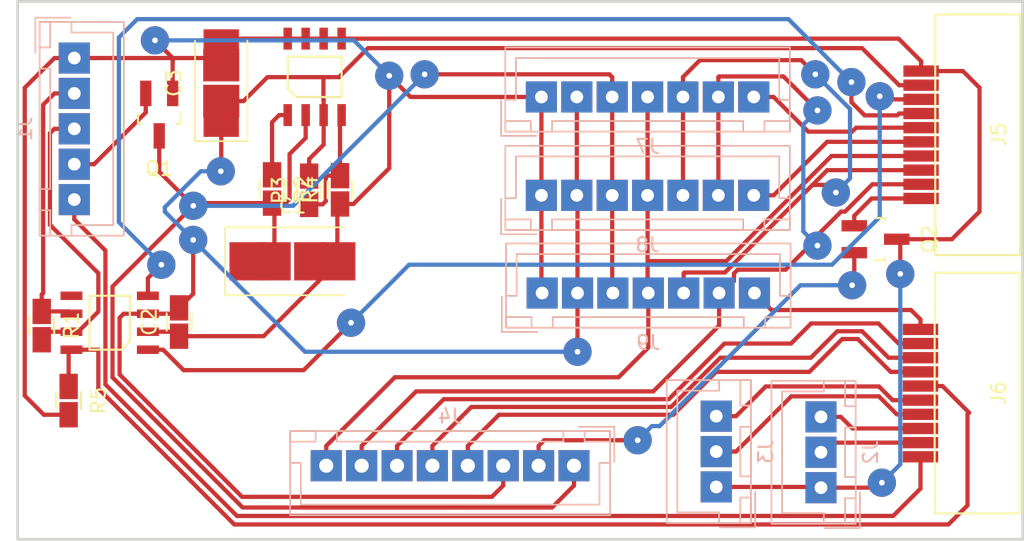
<source format=kicad_pcb>
(kicad_pcb (version 20171130) (host pcbnew "(5.0.0-rc2-dev-575-g4b3772c)")

  (general
    (thickness 1.6)
    (drawings 4)
    (tracks 352)
    (zones 0)
    (modules 21)
    (nets 29)
  )

  (page A4)
  (layers
    (0 F.Cu signal)
    (31 B.Cu signal)
    (32 B.Adhes user)
    (33 F.Adhes user)
    (34 B.Paste user)
    (35 F.Paste user)
    (36 B.SilkS user)
    (37 F.SilkS user)
    (38 B.Mask user)
    (39 F.Mask user)
    (40 Dwgs.User user)
    (41 Cmts.User user)
    (42 Eco1.User user)
    (43 Eco2.User user)
    (44 Edge.Cuts user)
    (45 Margin user)
    (46 B.CrtYd user)
    (47 F.CrtYd user)
    (48 B.Fab user)
    (49 F.Fab user)
  )

  (setup
    (last_trace_width 0.3)
    (trace_clearance 0.2)
    (zone_clearance 0.508)
    (zone_45_only no)
    (trace_min 0.2)
    (segment_width 0.2)
    (edge_width 0.15)
    (via_size 2)
    (via_drill 0.4)
    (via_min_size 0.4)
    (via_min_drill 0.3)
    (uvia_size 0.3)
    (uvia_drill 0.1)
    (uvias_allowed no)
    (uvia_min_size 0.2)
    (uvia_min_drill 0.1)
    (pcb_text_width 0.3)
    (pcb_text_size 1.5 1.5)
    (mod_edge_width 0.15)
    (mod_text_size 1 1)
    (mod_text_width 0.15)
    (pad_size 1.524 1.524)
    (pad_drill 0.762)
    (pad_to_mask_clearance 0.2)
    (aux_axis_origin 0 0)
    (visible_elements FFFFFF7F)
    (pcbplotparams
      (layerselection 0x010fc_ffffffff)
      (usegerberextensions false)
      (usegerberattributes false)
      (usegerberadvancedattributes false)
      (creategerberjobfile false)
      (excludeedgelayer true)
      (linewidth 0.100000)
      (plotframeref false)
      (viasonmask false)
      (mode 1)
      (useauxorigin false)
      (hpglpennumber 1)
      (hpglpenspeed 20)
      (hpglpendiameter 15)
      (psnegative false)
      (psa4output false)
      (plotreference true)
      (plotvalue true)
      (plotinvisibletext false)
      (padsonsilk false)
      (subtractmaskfromsilk false)
      (outputformat 1)
      (mirror false)
      (drillshape 1)
      (scaleselection 1)
      (outputdirectory ""))
  )

  (net 0 "")
  (net 1 GND)
  (net 2 "Net-(J1-Pad4)")
  (net 3 +BATT)
  (net 4 "Net-(J4-Pad2)")
  (net 5 +3V3)
  (net 6 ~SCREEN_CS)
  (net 7 ~SCREEN_RST)
  (net 8 SCREEN_A0)
  (net 9 SPI1_SCK)
  (net 10 SPI1_MOSI)
  (net 11 SPI1_MISO)
  (net 12 ~SPI1_CS_2)
  (net 13 ~SPI1_CS_3)
  (net 14 ~SPI_CS_4)
  (net 15 WAKE)
  (net 16 ~LEFT_A)
  (net 17 ~LEFT_B)
  (net 18 ~RIGHT_B)
  (net 19 ~RIGHT_A)
  (net 20 CAN_RX)
  (net 21 CAN_TX)
  (net 22 ~ENABLE_CAN)
  (net 23 "Net-(R2-Pad1)")
  (net 24 "Net-(R3-Pad1)")
  (net 25 "Net-(U1-Pad5)")
  (net 26 ENABLE_SCREEN)
  (net 27 CAN+)
  (net 28 CAN-)

  (net_class Default "This is the default net class."
    (clearance 0.2)
    (trace_width 0.3)
    (via_dia 2)
    (via_drill 0.4)
    (uvia_dia 0.3)
    (uvia_drill 0.1)
    (add_net +3V3)
    (add_net +BATT)
    (add_net CAN+)
    (add_net CAN-)
    (add_net CAN_RX)
    (add_net CAN_TX)
    (add_net ENABLE_SCREEN)
    (add_net GND)
    (add_net "Net-(J1-Pad4)")
    (add_net "Net-(J4-Pad2)")
    (add_net "Net-(R2-Pad1)")
    (add_net "Net-(R3-Pad1)")
    (add_net "Net-(U1-Pad5)")
    (add_net SCREEN_A0)
    (add_net SPI1_MISO)
    (add_net SPI1_MOSI)
    (add_net SPI1_SCK)
    (add_net WAKE)
    (add_net ~ENABLE_CAN)
    (add_net ~LEFT_A)
    (add_net ~LEFT_B)
    (add_net ~RIGHT_A)
    (add_net ~RIGHT_B)
    (add_net ~SCREEN_CS)
    (add_net ~SCREEN_RST)
    (add_net ~SPI1_CS_2)
    (add_net ~SPI1_CS_3)
    (add_net ~SPI_CS_4)
  )

  (module coddingtonbear/coddingtonbear.pretty:JST_XH_B07B-XH-A_07x2.50mm_Straight_LargePads (layer B.Cu) (tedit 5B1479FC) (tstamp 5B2E3883)
    (at 184 62.7)
    (descr "JST XH series connector, B07B-XH-A, top entry type, through hole")
    (tags "connector jst xh tht top vertical 2.50mm")
    (path /5B1529E8)
    (fp_text reference J8 (at 7.5 3.5) (layer B.SilkS)
      (effects (font (size 1 1) (thickness 0.15)) (justify mirror))
    )
    (fp_text value SPI1_B (at 7.5 -4.5) (layer B.Fab)
      (effects (font (size 1 1) (thickness 0.15)) (justify mirror))
    )
    (fp_text user %R (at 7.5 -2.5) (layer B.Fab)
      (effects (font (size 1 1) (thickness 0.15)) (justify mirror))
    )
    (fp_line (start -2.85 2.75) (end -2.85 0.25) (layer B.Fab) (width 0.1))
    (fp_line (start -0.35 2.75) (end -2.85 2.75) (layer B.Fab) (width 0.1))
    (fp_line (start -2.85 2.75) (end -2.85 0.25) (layer B.SilkS) (width 0.12))
    (fp_line (start -0.35 2.75) (end -2.85 2.75) (layer B.SilkS) (width 0.12))
    (fp_line (start 16.8 -2.75) (end 7.5 -2.75) (layer B.SilkS) (width 0.12))
    (fp_line (start 16.8 0.2) (end 16.8 -2.75) (layer B.SilkS) (width 0.12))
    (fp_line (start 17.55 0.2) (end 16.8 0.2) (layer B.SilkS) (width 0.12))
    (fp_line (start -1.8 -2.75) (end 7.5 -2.75) (layer B.SilkS) (width 0.12))
    (fp_line (start -1.8 0.2) (end -1.8 -2.75) (layer B.SilkS) (width 0.12))
    (fp_line (start -2.55 0.2) (end -1.8 0.2) (layer B.SilkS) (width 0.12))
    (fp_line (start 17.55 2.45) (end 15.75 2.45) (layer B.SilkS) (width 0.12))
    (fp_line (start 17.55 1.7) (end 17.55 2.45) (layer B.SilkS) (width 0.12))
    (fp_line (start 15.75 1.7) (end 17.55 1.7) (layer B.SilkS) (width 0.12))
    (fp_line (start 15.75 2.45) (end 15.75 1.7) (layer B.SilkS) (width 0.12))
    (fp_line (start -0.75 2.45) (end -2.55 2.45) (layer B.SilkS) (width 0.12))
    (fp_line (start -0.75 1.7) (end -0.75 2.45) (layer B.SilkS) (width 0.12))
    (fp_line (start -2.55 1.7) (end -0.75 1.7) (layer B.SilkS) (width 0.12))
    (fp_line (start -2.55 2.45) (end -2.55 1.7) (layer B.SilkS) (width 0.12))
    (fp_line (start 14.25 2.45) (end 0.75 2.45) (layer B.SilkS) (width 0.12))
    (fp_line (start 14.25 1.7) (end 14.25 2.45) (layer B.SilkS) (width 0.12))
    (fp_line (start 0.75 1.7) (end 14.25 1.7) (layer B.SilkS) (width 0.12))
    (fp_line (start 0.75 2.45) (end 0.75 1.7) (layer B.SilkS) (width 0.12))
    (fp_line (start 17.55 2.45) (end -2.55 2.45) (layer B.SilkS) (width 0.12))
    (fp_line (start 17.55 -3.5) (end 17.55 2.45) (layer B.SilkS) (width 0.12))
    (fp_line (start -2.55 -3.5) (end 17.55 -3.5) (layer B.SilkS) (width 0.12))
    (fp_line (start -2.55 2.45) (end -2.55 -3.5) (layer B.SilkS) (width 0.12))
    (fp_line (start 17.9 2.85) (end -2.95 2.85) (layer B.CrtYd) (width 0.05))
    (fp_line (start 17.9 -3.9) (end 17.9 2.85) (layer B.CrtYd) (width 0.05))
    (fp_line (start -2.95 -3.9) (end 17.9 -3.9) (layer B.CrtYd) (width 0.05))
    (fp_line (start -2.95 2.85) (end -2.95 -3.9) (layer B.CrtYd) (width 0.05))
    (fp_line (start 17.45 2.35) (end -2.45 2.35) (layer B.Fab) (width 0.1))
    (fp_line (start 17.45 -3.4) (end 17.45 2.35) (layer B.Fab) (width 0.1))
    (fp_line (start -2.45 -3.4) (end 17.45 -3.4) (layer B.Fab) (width 0.1))
    (fp_line (start -2.45 2.35) (end -2.45 -3.4) (layer B.Fab) (width 0.1))
    (pad 7 thru_hole rect (at 15 0) (size 2.2 2.2) (drill 0.9) (layers *.Cu *.Mask)
      (net 13 ~SPI1_CS_3))
    (pad 6 thru_hole rect (at 12.5 0) (size 2.2 2.2) (drill 0.9) (layers *.Cu *.Mask)
      (net 9 SPI1_SCK))
    (pad 5 thru_hole rect (at 10 0) (size 2.2 2.2) (drill 0.9) (layers *.Cu *.Mask)
      (net 11 SPI1_MISO))
    (pad 4 thru_hole rect (at 7.5 0) (size 2.2 2.2) (drill 0.9) (layers *.Cu *.Mask)
      (net 10 SPI1_MOSI))
    (pad 3 thru_hole rect (at 5 0) (size 2.2 2.2) (drill 0.9) (layers *.Cu *.Mask)
      (net 3 +BATT))
    (pad 2 thru_hole rect (at 2.5 0) (size 2.2 2.2) (drill 0.9) (layers *.Cu *.Mask)
      (net 5 +3V3))
    (pad 1 thru_hole rect (at 0 0) (size 2.2 2.2) (drill 0.9) (layers *.Cu *.Mask)
      (net 1 GND))
    (model Connectors_JST.3dshapes/JST_XH_B07B-XH-A_07x2.50mm_Straight.wrl
      (at (xyz 0 0 0))
      (scale (xyz 1 1 1))
      (rotate (xyz 0 0 0))
    )
  )

  (module adamgreig/agg-kicad/agg.pretty:SOIC-8 (layer F.Cu) (tedit 57656747) (tstamp 5B2E3A13)
    (at 167.98 54.33 90)
    (path /5B148E82)
    (fp_text reference U2 (at 0 -3.45 90) (layer F.Fab)
      (effects (font (size 1 1) (thickness 0.15)))
    )
    (fp_text value MIC5209-ADJ (at 0 3.45 90) (layer F.Fab)
      (effects (font (size 1 1) (thickness 0.15)))
    )
    (fp_line (start -3.75 2.75) (end -3.75 -2.75) (layer F.CrtYd) (width 0.01))
    (fp_line (start 3.75 2.75) (end -3.75 2.75) (layer F.CrtYd) (width 0.01))
    (fp_line (start 3.75 -2.75) (end 3.75 2.75) (layer F.CrtYd) (width 0.01))
    (fp_line (start -3.75 -2.75) (end 3.75 -2.75) (layer F.CrtYd) (width 0.01))
    (fp_line (start -1.425 -1.305) (end -0.825 -1.905) (layer F.SilkS) (width 0.15))
    (fp_line (start -1.425 1.905) (end -1.425 -1.305) (layer F.SilkS) (width 0.15))
    (fp_line (start 1.425 1.905) (end -1.425 1.905) (layer F.SilkS) (width 0.15))
    (fp_line (start 1.425 -1.905) (end 1.425 1.905) (layer F.SilkS) (width 0.15))
    (fp_line (start -0.825 -1.905) (end 1.425 -1.905) (layer F.SilkS) (width 0.15))
    (fp_line (start 3.1 -1.655) (end 2 -1.655) (layer F.Fab) (width 0.01))
    (fp_line (start 3.1 -2.155) (end 3.1 -1.655) (layer F.Fab) (width 0.01))
    (fp_line (start 2 -2.155) (end 3.1 -2.155) (layer F.Fab) (width 0.01))
    (fp_line (start 3.1 -0.385) (end 2 -0.385) (layer F.Fab) (width 0.01))
    (fp_line (start 3.1 -0.885) (end 3.1 -0.385) (layer F.Fab) (width 0.01))
    (fp_line (start 2 -0.885) (end 3.1 -0.885) (layer F.Fab) (width 0.01))
    (fp_line (start 3.1 0.885) (end 2 0.885) (layer F.Fab) (width 0.01))
    (fp_line (start 3.1 0.385) (end 3.1 0.885) (layer F.Fab) (width 0.01))
    (fp_line (start 2 0.385) (end 3.1 0.385) (layer F.Fab) (width 0.01))
    (fp_line (start 3.1 2.155) (end 2 2.155) (layer F.Fab) (width 0.01))
    (fp_line (start 3.1 1.655) (end 3.1 2.155) (layer F.Fab) (width 0.01))
    (fp_line (start 2 1.655) (end 3.1 1.655) (layer F.Fab) (width 0.01))
    (fp_line (start -3.1 2.155) (end -3.1 1.655) (layer F.Fab) (width 0.01))
    (fp_line (start -2 2.155) (end -3.1 2.155) (layer F.Fab) (width 0.01))
    (fp_line (start -3.1 1.655) (end -2 1.655) (layer F.Fab) (width 0.01))
    (fp_line (start -3.1 0.885) (end -3.1 0.385) (layer F.Fab) (width 0.01))
    (fp_line (start -2 0.885) (end -3.1 0.885) (layer F.Fab) (width 0.01))
    (fp_line (start -3.1 0.385) (end -2 0.385) (layer F.Fab) (width 0.01))
    (fp_line (start -3.1 -0.385) (end -3.1 -0.885) (layer F.Fab) (width 0.01))
    (fp_line (start -2 -0.385) (end -3.1 -0.385) (layer F.Fab) (width 0.01))
    (fp_line (start -3.1 -0.885) (end -2 -0.885) (layer F.Fab) (width 0.01))
    (fp_line (start -3.1 -1.655) (end -3.1 -2.155) (layer F.Fab) (width 0.01))
    (fp_line (start -2 -1.655) (end -3.1 -1.655) (layer F.Fab) (width 0.01))
    (fp_line (start -3.1 -2.155) (end -2 -2.155) (layer F.Fab) (width 0.01))
    (fp_circle (center -1.2 -1.7) (end -1.2 -1.3) (layer F.Fab) (width 0.01))
    (fp_line (start -2 2.5) (end -2 -2.5) (layer F.Fab) (width 0.01))
    (fp_line (start 2 2.5) (end -2 2.5) (layer F.Fab) (width 0.01))
    (fp_line (start 2 -2.5) (end 2 2.5) (layer F.Fab) (width 0.01))
    (fp_line (start -2 -2.5) (end 2 -2.5) (layer F.Fab) (width 0.01))
    (pad 8 smd rect (at 2.7 -1.905 90) (size 1.55 0.6) (layers F.Cu F.Paste F.Mask)
      (net 1 GND))
    (pad 7 smd rect (at 2.7 -0.635 90) (size 1.55 0.6) (layers F.Cu F.Paste F.Mask)
      (net 1 GND))
    (pad 6 smd rect (at 2.7 0.635 90) (size 1.55 0.6) (layers F.Cu F.Paste F.Mask)
      (net 1 GND))
    (pad 5 smd rect (at 2.7 1.905 90) (size 1.55 0.6) (layers F.Cu F.Paste F.Mask)
      (net 1 GND))
    (pad 4 smd rect (at -2.7 1.905 90) (size 1.55 0.6) (layers F.Cu F.Paste F.Mask)
      (net 24 "Net-(R3-Pad1)"))
    (pad 3 smd rect (at -2.7 0.635 90) (size 1.55 0.6) (layers F.Cu F.Paste F.Mask)
      (net 5 +3V3))
    (pad 2 smd rect (at -2.7 -0.635 90) (size 1.55 0.6) (layers F.Cu F.Paste F.Mask)
      (net 3 +BATT))
    (pad 1 smd rect (at -2.7 -1.905 90) (size 1.55 0.6) (layers F.Cu F.Paste F.Mask)
      (net 23 "Net-(R2-Pad1)"))
    (model ${KISYS3DMOD}/Housings_SOIC.3dshapes/SOIC-8_3.9x4.9mm_Pitch1.27mm.wrl
      (at (xyz 0 0 0))
      (scale (xyz 1 1 1))
      (rotate (xyz 0 0 0))
    )
  )

  (module adamgreig/agg-kicad/agg.pretty:SOIC-8 (layer F.Cu) (tedit 57656747) (tstamp 5B2E4B29)
    (at 153.5 71.7 180)
    (path /5B14A98D)
    (fp_text reference U1 (at 0 -3.45 180) (layer F.Fab)
      (effects (font (size 1 1) (thickness 0.15)))
    )
    (fp_text value SN65HVD235 (at 0 3.45 180) (layer F.Fab)
      (effects (font (size 1 1) (thickness 0.15)))
    )
    (fp_line (start -2 -2.5) (end 2 -2.5) (layer F.Fab) (width 0.01))
    (fp_line (start 2 -2.5) (end 2 2.5) (layer F.Fab) (width 0.01))
    (fp_line (start 2 2.5) (end -2 2.5) (layer F.Fab) (width 0.01))
    (fp_line (start -2 2.5) (end -2 -2.5) (layer F.Fab) (width 0.01))
    (fp_circle (center -1.2 -1.7) (end -1.2 -1.3) (layer F.Fab) (width 0.01))
    (fp_line (start -3.1 -2.155) (end -2 -2.155) (layer F.Fab) (width 0.01))
    (fp_line (start -2 -1.655) (end -3.1 -1.655) (layer F.Fab) (width 0.01))
    (fp_line (start -3.1 -1.655) (end -3.1 -2.155) (layer F.Fab) (width 0.01))
    (fp_line (start -3.1 -0.885) (end -2 -0.885) (layer F.Fab) (width 0.01))
    (fp_line (start -2 -0.385) (end -3.1 -0.385) (layer F.Fab) (width 0.01))
    (fp_line (start -3.1 -0.385) (end -3.1 -0.885) (layer F.Fab) (width 0.01))
    (fp_line (start -3.1 0.385) (end -2 0.385) (layer F.Fab) (width 0.01))
    (fp_line (start -2 0.885) (end -3.1 0.885) (layer F.Fab) (width 0.01))
    (fp_line (start -3.1 0.885) (end -3.1 0.385) (layer F.Fab) (width 0.01))
    (fp_line (start -3.1 1.655) (end -2 1.655) (layer F.Fab) (width 0.01))
    (fp_line (start -2 2.155) (end -3.1 2.155) (layer F.Fab) (width 0.01))
    (fp_line (start -3.1 2.155) (end -3.1 1.655) (layer F.Fab) (width 0.01))
    (fp_line (start 2 1.655) (end 3.1 1.655) (layer F.Fab) (width 0.01))
    (fp_line (start 3.1 1.655) (end 3.1 2.155) (layer F.Fab) (width 0.01))
    (fp_line (start 3.1 2.155) (end 2 2.155) (layer F.Fab) (width 0.01))
    (fp_line (start 2 0.385) (end 3.1 0.385) (layer F.Fab) (width 0.01))
    (fp_line (start 3.1 0.385) (end 3.1 0.885) (layer F.Fab) (width 0.01))
    (fp_line (start 3.1 0.885) (end 2 0.885) (layer F.Fab) (width 0.01))
    (fp_line (start 2 -0.885) (end 3.1 -0.885) (layer F.Fab) (width 0.01))
    (fp_line (start 3.1 -0.885) (end 3.1 -0.385) (layer F.Fab) (width 0.01))
    (fp_line (start 3.1 -0.385) (end 2 -0.385) (layer F.Fab) (width 0.01))
    (fp_line (start 2 -2.155) (end 3.1 -2.155) (layer F.Fab) (width 0.01))
    (fp_line (start 3.1 -2.155) (end 3.1 -1.655) (layer F.Fab) (width 0.01))
    (fp_line (start 3.1 -1.655) (end 2 -1.655) (layer F.Fab) (width 0.01))
    (fp_line (start -0.825 -1.905) (end 1.425 -1.905) (layer F.SilkS) (width 0.15))
    (fp_line (start 1.425 -1.905) (end 1.425 1.905) (layer F.SilkS) (width 0.15))
    (fp_line (start 1.425 1.905) (end -1.425 1.905) (layer F.SilkS) (width 0.15))
    (fp_line (start -1.425 1.905) (end -1.425 -1.305) (layer F.SilkS) (width 0.15))
    (fp_line (start -1.425 -1.305) (end -0.825 -1.905) (layer F.SilkS) (width 0.15))
    (fp_line (start -3.75 -2.75) (end 3.75 -2.75) (layer F.CrtYd) (width 0.01))
    (fp_line (start 3.75 -2.75) (end 3.75 2.75) (layer F.CrtYd) (width 0.01))
    (fp_line (start 3.75 2.75) (end -3.75 2.75) (layer F.CrtYd) (width 0.01))
    (fp_line (start -3.75 2.75) (end -3.75 -2.75) (layer F.CrtYd) (width 0.01))
    (pad 1 smd rect (at -2.7 -1.905 180) (size 1.55 0.6) (layers F.Cu F.Paste F.Mask)
      (net 21 CAN_TX))
    (pad 2 smd rect (at -2.7 -0.635 180) (size 1.55 0.6) (layers F.Cu F.Paste F.Mask)
      (net 1 GND))
    (pad 3 smd rect (at -2.7 0.635 180) (size 1.55 0.6) (layers F.Cu F.Paste F.Mask)
      (net 5 +3V3))
    (pad 4 smd rect (at -2.7 1.905 180) (size 1.55 0.6) (layers F.Cu F.Paste F.Mask)
      (net 20 CAN_RX))
    (pad 5 smd rect (at 2.7 1.905 180) (size 1.55 0.6) (layers F.Cu F.Paste F.Mask)
      (net 25 "Net-(U1-Pad5)"))
    (pad 6 smd rect (at 2.7 0.635 180) (size 1.55 0.6) (layers F.Cu F.Paste F.Mask)
      (net 28 CAN-))
    (pad 7 smd rect (at 2.7 -0.635 180) (size 1.55 0.6) (layers F.Cu F.Paste F.Mask)
      (net 27 CAN+))
    (pad 8 smd rect (at 2.7 -1.905 180) (size 1.55 0.6) (layers F.Cu F.Paste F.Mask)
      (net 22 ~ENABLE_CAN))
    (model ${KISYS3DMOD}/Housings_SOIC.3dshapes/SOIC-8_3.9x4.9mm_Pitch1.27mm.wrl
      (at (xyz 0 0 0))
      (scale (xyz 1 1 1))
      (rotate (xyz 0 0 0))
    )
  )

  (module coddingtonbear/coddingtonbear.pretty:0805_Milling (layer F.Cu) (tedit 5A864972) (tstamp 5B2E4AEA)
    (at 150.6 77.2 270)
    (descr "Resistor SMD 0805, reflow soldering, Vishay (see dcrcw.pdf)")
    (tags "resistor 0805")
    (path /5B14C80B)
    (attr smd)
    (fp_text reference R5 (at 0 -2.1 270) (layer F.SilkS)
      (effects (font (size 1 1) (thickness 0.15)))
    )
    (fp_text value 10k (at 0 2.1 270) (layer F.Fab)
      (effects (font (size 1 1) (thickness 0.15)))
    )
    (fp_line (start 0.6 0.875) (end -0.6 0.875) (layer F.SilkS) (width 0.15))
    (fp_line (start -0.6 -0.875) (end 0.6 -0.875) (layer F.SilkS) (width 0.15))
    (pad 1 smd rect (at -1 0 270) (size 1.79 1.3) (layers F.Cu F.Paste F.Mask)
      (net 22 ~ENABLE_CAN))
    (pad 2 smd rect (at 1 0 270) (size 1.79 1.3) (layers F.Cu F.Paste F.Mask)
      (net 1 GND))
    (model Resistors_SMD.3dshapes/R_0805.wrl
      (at (xyz 0 0 0))
      (scale (xyz 1 1 1))
      (rotate (xyz 0 0 0))
    )
  )

  (module coddingtonbear/coddingtonbear.pretty:0805_Milling (layer F.Cu) (tedit 5A864972) (tstamp 5B2E39A7)
    (at 169.77 62.31 90)
    (descr "Resistor SMD 0805, reflow soldering, Vishay (see dcrcw.pdf)")
    (tags "resistor 0805")
    (path /5B149498)
    (attr smd)
    (fp_text reference R4 (at 0 -2.1 90) (layer F.SilkS)
      (effects (font (size 1 1) (thickness 0.15)))
    )
    (fp_text value 100k (at 0 2.1 90) (layer F.Fab)
      (effects (font (size 1 1) (thickness 0.15)))
    )
    (fp_line (start -0.6 -0.875) (end 0.6 -0.875) (layer F.SilkS) (width 0.15))
    (fp_line (start 0.6 0.875) (end -0.6 0.875) (layer F.SilkS) (width 0.15))
    (pad 2 smd rect (at 1 0 90) (size 1.79 1.3) (layers F.Cu F.Paste F.Mask)
      (net 24 "Net-(R3-Pad1)"))
    (pad 1 smd rect (at -1 0 90) (size 1.79 1.3) (layers F.Cu F.Paste F.Mask)
      (net 1 GND))
    (model Resistors_SMD.3dshapes/R_0805.wrl
      (at (xyz 0 0 0))
      (scale (xyz 1 1 1))
      (rotate (xyz 0 0 0))
    )
  )

  (module coddingtonbear/coddingtonbear.pretty:0805_Milling (layer F.Cu) (tedit 5A864972) (tstamp 5B2E399F)
    (at 167.59 62.34 90)
    (descr "Resistor SMD 0805, reflow soldering, Vishay (see dcrcw.pdf)")
    (tags "resistor 0805")
    (path /5B149456)
    (attr smd)
    (fp_text reference R3 (at 0 -2.1 90) (layer F.SilkS)
      (effects (font (size 1 1) (thickness 0.15)))
    )
    (fp_text value 60k (at 0 2.1 90) (layer F.Fab)
      (effects (font (size 1 1) (thickness 0.15)))
    )
    (fp_line (start 0.6 0.875) (end -0.6 0.875) (layer F.SilkS) (width 0.15))
    (fp_line (start -0.6 -0.875) (end 0.6 -0.875) (layer F.SilkS) (width 0.15))
    (pad 1 smd rect (at -1 0 90) (size 1.79 1.3) (layers F.Cu F.Paste F.Mask)
      (net 24 "Net-(R3-Pad1)"))
    (pad 2 smd rect (at 1 0 90) (size 1.79 1.3) (layers F.Cu F.Paste F.Mask)
      (net 5 +3V3))
    (model Resistors_SMD.3dshapes/R_0805.wrl
      (at (xyz 0 0 0))
      (scale (xyz 1 1 1))
      (rotate (xyz 0 0 0))
    )
  )

  (module coddingtonbear/coddingtonbear.pretty:0805_Milling (layer F.Cu) (tedit 5A864972) (tstamp 5B2E3997)
    (at 164.97 62.25 270)
    (descr "Resistor SMD 0805, reflow soldering, Vishay (see dcrcw.pdf)")
    (tags "resistor 0805")
    (path /5B148F2F)
    (attr smd)
    (fp_text reference R2 (at 0 -2.1 270) (layer F.SilkS)
      (effects (font (size 1 1) (thickness 0.15)))
    )
    (fp_text value 10k (at 0 2.1 270) (layer F.Fab)
      (effects (font (size 1 1) (thickness 0.15)))
    )
    (fp_line (start -0.6 -0.875) (end 0.6 -0.875) (layer F.SilkS) (width 0.15))
    (fp_line (start 0.6 0.875) (end -0.6 0.875) (layer F.SilkS) (width 0.15))
    (pad 2 smd rect (at 1 0 270) (size 1.79 1.3) (layers F.Cu F.Paste F.Mask)
      (net 3 +BATT))
    (pad 1 smd rect (at -1 0 270) (size 1.79 1.3) (layers F.Cu F.Paste F.Mask)
      (net 23 "Net-(R2-Pad1)"))
    (model Resistors_SMD.3dshapes/R_0805.wrl
      (at (xyz 0 0 0))
      (scale (xyz 1 1 1))
      (rotate (xyz 0 0 0))
    )
  )

  (module coddingtonbear/coddingtonbear.pretty:0805_Milling (layer F.Cu) (tedit 5A864972) (tstamp 5B2E4D50)
    (at 148.7 71.9 270)
    (descr "Resistor SMD 0805, reflow soldering, Vishay (see dcrcw.pdf)")
    (tags "resistor 0805")
    (path /5B14E249)
    (attr smd)
    (fp_text reference R1 (at 0 -2.1 270) (layer F.SilkS)
      (effects (font (size 1 1) (thickness 0.15)))
    )
    (fp_text value 120 (at 0 2.1 270) (layer F.Fab)
      (effects (font (size 1 1) (thickness 0.15)))
    )
    (fp_line (start 0.6 0.875) (end -0.6 0.875) (layer F.SilkS) (width 0.15))
    (fp_line (start -0.6 -0.875) (end 0.6 -0.875) (layer F.SilkS) (width 0.15))
    (pad 1 smd rect (at -1 0 270) (size 1.79 1.3) (layers F.Cu F.Paste F.Mask)
      (net 28 CAN-))
    (pad 2 smd rect (at 1 0 270) (size 1.79 1.3) (layers F.Cu F.Paste F.Mask)
      (net 27 CAN+))
    (model Resistors_SMD.3dshapes/R_0805.wrl
      (at (xyz 0 0 0))
      (scale (xyz 1 1 1))
      (rotate (xyz 0 0 0))
    )
  )

  (module coddingtonbear/coddingtonbear.pretty:0805_Milling (layer F.Cu) (tedit 5A864972) (tstamp 5B2E4AC0)
    (at 158.4 71.65 90)
    (descr "Resistor SMD 0805, reflow soldering, Vishay (see dcrcw.pdf)")
    (tags "resistor 0805")
    (path /5B14AA77)
    (attr smd)
    (fp_text reference C2 (at 0 -2.1 90) (layer F.SilkS)
      (effects (font (size 1 1) (thickness 0.15)))
    )
    (fp_text value 0.1u (at 0 2.1 90) (layer F.Fab)
      (effects (font (size 1 1) (thickness 0.15)))
    )
    (fp_line (start -0.6 -0.875) (end 0.6 -0.875) (layer F.SilkS) (width 0.15))
    (fp_line (start 0.6 0.875) (end -0.6 0.875) (layer F.SilkS) (width 0.15))
    (pad 2 smd rect (at 1 0 90) (size 1.79 1.3) (layers F.Cu F.Paste F.Mask)
      (net 5 +3V3))
    (pad 1 smd rect (at -1 0 90) (size 1.79 1.3) (layers F.Cu F.Paste F.Mask)
      (net 1 GND))
    (model Resistors_SMD.3dshapes/R_0805.wrl
      (at (xyz 0 0 0))
      (scale (xyz 1 1 1))
      (rotate (xyz 0 0 0))
    )
  )

  (module coddingtonbear/coddingtonbear.pretty:10P_FPC_1.0mm (layer F.Cu) (tedit 5B09D6D5) (tstamp 5B2E397F)
    (at 210.78 76.67 90)
    (path /5B145F48)
    (fp_text reference J6 (at 0 5.5 90) (layer F.SilkS)
      (effects (font (size 1 1) (thickness 0.15)))
    )
    (fp_text value FPC-2 (at 0 3 90) (layer F.Fab)
      (effects (font (size 1 1) (thickness 0.15)))
    )
    (fp_line (start -8.5 7) (end -8.5 1) (layer F.SilkS) (width 0.15))
    (fp_line (start 8.5 7) (end -8.5 7) (layer F.SilkS) (width 0.15))
    (fp_line (start 8.5 1) (end 8.5 7) (layer F.SilkS) (width 0.15))
    (fp_line (start -8.5 1) (end 8.5 1) (layer F.SilkS) (width 0.15))
    (pad 1 smd rect (at 4.5 0 90) (size 0.8 2.5) (layers F.Cu F.Paste F.Mask)
      (net 14 ~SPI_CS_4))
    (pad 2 smd rect (at 3.5 0 90) (size 0.8 2.5) (layers F.Cu F.Paste F.Mask)
      (net 8 SCREEN_A0))
    (pad 3 smd rect (at 2.5 0 90) (size 0.8 2.5) (layers F.Cu F.Paste F.Mask)
      (net 7 ~SCREEN_RST))
    (pad 4 smd rect (at 1.5 0 90) (size 0.8 2.5) (layers F.Cu F.Paste F.Mask)
      (net 6 ~SCREEN_CS))
    (pad 5 smd rect (at 0.5 0 90) (size 0.8 2.5) (layers F.Cu F.Paste F.Mask)
      (net 22 ~ENABLE_CAN))
    (pad 6 smd rect (at -0.5 0 90) (size 0.8 2.5) (layers F.Cu F.Paste F.Mask)
      (net 18 ~RIGHT_B))
    (pad 7 smd rect (at -1.5 0 90) (size 0.8 2.5) (layers F.Cu F.Paste F.Mask)
      (net 19 ~RIGHT_A))
    (pad 8 smd rect (at -2.5 0 90) (size 0.8 2.5) (layers F.Cu F.Paste F.Mask)
      (net 17 ~LEFT_B))
    (pad 9 smd rect (at -3.5 0 90) (size 0.8 2.5) (layers F.Cu F.Paste F.Mask)
      (net 16 ~LEFT_A))
    (pad 10 smd rect (at -4.5 0 90) (size 0.8 2.5) (layers F.Cu F.Paste F.Mask)
      (net 15 WAKE))
  )

  (module coddingtonbear/coddingtonbear.pretty:10P_FPC_1.0mm (layer F.Cu) (tedit 5B09D6D5) (tstamp 5B2E3CCD)
    (at 210.82 58.42 90)
    (path /5B145F18)
    (fp_text reference J5 (at 0 5.5 90) (layer F.SilkS)
      (effects (font (size 1 1) (thickness 0.15)))
    )
    (fp_text value FPC-1 (at 0 3 90) (layer F.Fab)
      (effects (font (size 1 1) (thickness 0.15)))
    )
    (fp_line (start -8.5 1) (end 8.5 1) (layer F.SilkS) (width 0.15))
    (fp_line (start 8.5 1) (end 8.5 7) (layer F.SilkS) (width 0.15))
    (fp_line (start 8.5 7) (end -8.5 7) (layer F.SilkS) (width 0.15))
    (fp_line (start -8.5 7) (end -8.5 1) (layer F.SilkS) (width 0.15))
    (pad 10 smd rect (at -4.5 0 90) (size 0.8 2.5) (layers F.Cu F.Paste F.Mask)
      (net 26 ENABLE_SCREEN))
    (pad 9 smd rect (at -3.5 0 90) (size 0.8 2.5) (layers F.Cu F.Paste F.Mask)
      (net 9 SPI1_SCK))
    (pad 8 smd rect (at -2.5 0 90) (size 0.8 2.5) (layers F.Cu F.Paste F.Mask)
      (net 11 SPI1_MISO))
    (pad 7 smd rect (at -1.5 0 90) (size 0.8 2.5) (layers F.Cu F.Paste F.Mask)
      (net 10 SPI1_MOSI))
    (pad 6 smd rect (at -0.5 0 90) (size 0.8 2.5) (layers F.Cu F.Paste F.Mask)
      (net 13 ~SPI1_CS_3))
    (pad 5 smd rect (at 0.5 0 90) (size 0.8 2.5) (layers F.Cu F.Paste F.Mask)
      (net 12 ~SPI1_CS_2))
    (pad 4 smd rect (at 1.5 0 90) (size 0.8 2.5) (layers F.Cu F.Paste F.Mask)
      (net 20 CAN_RX))
    (pad 3 smd rect (at 2.5 0 90) (size 0.8 2.5) (layers F.Cu F.Paste F.Mask)
      (net 21 CAN_TX))
    (pad 2 smd rect (at 3.5 0 90) (size 0.8 2.5) (layers F.Cu F.Paste F.Mask)
      (net 5 +3V3))
    (pad 1 smd rect (at 4.5 0 90) (size 0.8 2.5) (layers F.Cu F.Paste F.Mask)
      (net 1 GND))
  )

  (module coddingtonbear/coddingtonbear.pretty:CP_Tantalum_Case-C_EIA-6032-28_Milling (layer F.Cu) (tedit 5A8644B8) (tstamp 5B2E395B)
    (at 161.38 54.77 90)
    (descr "Tantalum capacitor, Case C, EIA 6032-28, 6.0x3.2x2.5mm, Reflow soldering footprint")
    (tags "capacitor tantalum smd")
    (path /5B149293)
    (attr smd)
    (fp_text reference C3 (at 0 -3.35 90) (layer F.SilkS)
      (effects (font (size 1 1) (thickness 0.15)))
    )
    (fp_text value 2.2u (at 0 3.35 90) (layer F.Fab)
      (effects (font (size 1 1) (thickness 0.15)))
    )
    (fp_line (start -4.2 -2) (end -4.2 2) (layer F.CrtYd) (width 0.05))
    (fp_line (start -4.2 2) (end 4.2 2) (layer F.CrtYd) (width 0.05))
    (fp_line (start 4.2 2) (end 4.2 -2) (layer F.CrtYd) (width 0.05))
    (fp_line (start 4.2 -2) (end -4.2 -2) (layer F.CrtYd) (width 0.05))
    (fp_line (start -3 -1.6) (end -3 1.6) (layer F.Fab) (width 0.1))
    (fp_line (start -3 1.6) (end 3 1.6) (layer F.Fab) (width 0.1))
    (fp_line (start 3 1.6) (end 3 -1.6) (layer F.Fab) (width 0.1))
    (fp_line (start 3 -1.6) (end -3 -1.6) (layer F.Fab) (width 0.1))
    (fp_line (start -2.4 -1.6) (end -2.4 1.6) (layer F.Fab) (width 0.1))
    (fp_line (start -2.1 -1.6) (end -2.1 1.6) (layer F.Fab) (width 0.1))
    (fp_line (start -4.1 -1.85) (end 3 -1.85) (layer F.SilkS) (width 0.12))
    (fp_line (start -4.1 1.85) (end 3 1.85) (layer F.SilkS) (width 0.12))
    (fp_line (start -4.1 -1.85) (end -4.1 1.85) (layer F.SilkS) (width 0.12))
    (pad 1 smd rect (at -2.525 0 90) (size 2.55 2.5) (layers F.Cu F.Paste F.Mask)
      (net 5 +3V3))
    (pad 2 smd rect (at 2.525 0 90) (size 2.55 2.5) (layers F.Cu F.Paste F.Mask)
      (net 1 GND))
    (pad 1 smd rect (at -1.27 0 90) (size 2.3 2.55) (layers F.Cu F.Paste F.Mask)
      (net 5 +3V3))
    (pad 2 smd rect (at 1.27 0 90) (size 2.3 2.55) (layers F.Cu F.Paste F.Mask)
      (net 1 GND))
    (model Capacitors_Tantalum_SMD.3dshapes/CP_Tantalum_Case-C_EIA-6032-28.wrl
      (at (xyz 0 0 0))
      (scale (xyz 1 1 1))
      (rotate (xyz 0 0 0))
    )
  )

  (module coddingtonbear/coddingtonbear.pretty:CP_Tantalum_Case-D_EIA-7343-31_Milling (layer F.Cu) (tedit 5A864510) (tstamp 5B2E3946)
    (at 166.41 67.36)
    (descr "Tantalum capacitor, Case D, EIA 7343-31, 7.3x4.3x2.8mm, Reflow soldering footprint")
    (tags "capacitor tantalum smd")
    (path /5B1491D3)
    (attr smd)
    (fp_text reference C1 (at 0 -3.9) (layer F.SilkS)
      (effects (font (size 1 1) (thickness 0.15)))
    )
    (fp_text value 100u (at 0 3.9) (layer F.Fab)
      (effects (font (size 1 1) (thickness 0.15)))
    )
    (fp_line (start -4.85 -2.5) (end -4.85 2.5) (layer F.CrtYd) (width 0.05))
    (fp_line (start -4.85 2.5) (end 4.85 2.5) (layer F.CrtYd) (width 0.05))
    (fp_line (start 4.85 2.5) (end 4.85 -2.5) (layer F.CrtYd) (width 0.05))
    (fp_line (start 4.85 -2.5) (end -4.85 -2.5) (layer F.CrtYd) (width 0.05))
    (fp_line (start -3.65 -2.15) (end -3.65 2.15) (layer F.Fab) (width 0.1))
    (fp_line (start -3.65 2.15) (end 3.65 2.15) (layer F.Fab) (width 0.1))
    (fp_line (start 3.65 2.15) (end 3.65 -2.15) (layer F.Fab) (width 0.1))
    (fp_line (start 3.65 -2.15) (end -3.65 -2.15) (layer F.Fab) (width 0.1))
    (fp_line (start -2.92 -2.15) (end -2.92 2.15) (layer F.Fab) (width 0.1))
    (fp_line (start -2.555 -2.15) (end -2.555 2.15) (layer F.Fab) (width 0.1))
    (fp_line (start -4.75 -2.4) (end 3.65 -2.4) (layer F.SilkS) (width 0.12))
    (fp_line (start -4.75 2.4) (end 3.65 2.4) (layer F.SilkS) (width 0.12))
    (fp_line (start -4.75 -2.4) (end -4.75 2.4) (layer F.SilkS) (width 0.12))
    (pad 1 smd rect (at -3.175 0) (size 2.55 2.7) (layers F.Cu F.Paste F.Mask)
      (net 3 +BATT))
    (pad 2 smd rect (at 3.175 0) (size 2.55 2.7) (layers F.Cu F.Paste F.Mask)
      (net 1 GND))
    (pad 1 smd rect (at -1.27 0) (size 2.3 2.7) (layers F.Cu F.Paste F.Mask)
      (net 3 +BATT))
    (pad 2 smd rect (at 1.27 0) (size 2.3 2.7) (layers F.Cu F.Paste F.Mask)
      (net 1 GND))
    (model Capacitors_Tantalum_SMD.3dshapes/CP_Tantalum_Case-D_EIA-7343-31.wrl
      (at (xyz 0 0 0))
      (scale (xyz 1 1 1))
      (rotate (xyz 0 0 0))
    )
  )

  (module coddingtonbear/coddingtonbear.pretty:JST_XH_B03B-XH-A_03x2.50mm_Straight_LargePads (layer B.Cu) (tedit 5A888B23) (tstamp 5B2E3931)
    (at 196.35 83.3 90)
    (descr "JST XH series connector, B03B-XH-A, top entry type, through hole")
    (tags "connector jst xh tht top vertical 2.50mm")
    (path /5B14FAD5)
    (fp_text reference J3 (at 2.5 3.5 90) (layer B.SilkS)
      (effects (font (size 1 1) (thickness 0.15)) (justify mirror))
    )
    (fp_text value Right (at 2.5 -4.5 90) (layer B.Fab)
      (effects (font (size 1 1) (thickness 0.15)) (justify mirror))
    )
    (fp_text user %R (at 2.5 -2.5 90) (layer B.Fab)
      (effects (font (size 1 1) (thickness 0.15)) (justify mirror))
    )
    (fp_line (start -2.85 2.75) (end -2.85 0.25) (layer B.Fab) (width 0.1))
    (fp_line (start -0.35 2.75) (end -2.85 2.75) (layer B.Fab) (width 0.1))
    (fp_line (start -2.85 2.75) (end -2.85 0.25) (layer B.SilkS) (width 0.12))
    (fp_line (start -0.35 2.75) (end -2.85 2.75) (layer B.SilkS) (width 0.12))
    (fp_line (start 6.8 -2.75) (end 2.5 -2.75) (layer B.SilkS) (width 0.12))
    (fp_line (start 6.8 0.2) (end 6.8 -2.75) (layer B.SilkS) (width 0.12))
    (fp_line (start 7.55 0.2) (end 6.8 0.2) (layer B.SilkS) (width 0.12))
    (fp_line (start -1.8 -2.75) (end 2.5 -2.75) (layer B.SilkS) (width 0.12))
    (fp_line (start -1.8 0.2) (end -1.8 -2.75) (layer B.SilkS) (width 0.12))
    (fp_line (start -2.55 0.2) (end -1.8 0.2) (layer B.SilkS) (width 0.12))
    (fp_line (start 7.55 2.45) (end 5.75 2.45) (layer B.SilkS) (width 0.12))
    (fp_line (start 7.55 1.7) (end 7.55 2.45) (layer B.SilkS) (width 0.12))
    (fp_line (start 5.75 1.7) (end 7.55 1.7) (layer B.SilkS) (width 0.12))
    (fp_line (start 5.75 2.45) (end 5.75 1.7) (layer B.SilkS) (width 0.12))
    (fp_line (start -0.75 2.45) (end -2.55 2.45) (layer B.SilkS) (width 0.12))
    (fp_line (start -0.75 1.7) (end -0.75 2.45) (layer B.SilkS) (width 0.12))
    (fp_line (start -2.55 1.7) (end -0.75 1.7) (layer B.SilkS) (width 0.12))
    (fp_line (start -2.55 2.45) (end -2.55 1.7) (layer B.SilkS) (width 0.12))
    (fp_line (start 4.25 2.45) (end 0.75 2.45) (layer B.SilkS) (width 0.12))
    (fp_line (start 4.25 1.7) (end 4.25 2.45) (layer B.SilkS) (width 0.12))
    (fp_line (start 0.75 1.7) (end 4.25 1.7) (layer B.SilkS) (width 0.12))
    (fp_line (start 0.75 2.45) (end 0.75 1.7) (layer B.SilkS) (width 0.12))
    (fp_line (start 7.55 2.45) (end -2.55 2.45) (layer B.SilkS) (width 0.12))
    (fp_line (start 7.55 -3.5) (end 7.55 2.45) (layer B.SilkS) (width 0.12))
    (fp_line (start -2.55 -3.5) (end 7.55 -3.5) (layer B.SilkS) (width 0.12))
    (fp_line (start -2.55 2.45) (end -2.55 -3.5) (layer B.SilkS) (width 0.12))
    (fp_line (start 7.95 2.85) (end -2.95 2.85) (layer B.CrtYd) (width 0.05))
    (fp_line (start 7.95 -3.9) (end 7.95 2.85) (layer B.CrtYd) (width 0.05))
    (fp_line (start -2.95 -3.9) (end 7.95 -3.9) (layer B.CrtYd) (width 0.05))
    (fp_line (start -2.95 2.85) (end -2.95 -3.9) (layer B.CrtYd) (width 0.05))
    (fp_line (start 7.45 2.35) (end -2.45 2.35) (layer B.Fab) (width 0.1))
    (fp_line (start 7.45 -3.4) (end 7.45 2.35) (layer B.Fab) (width 0.1))
    (fp_line (start -2.45 -3.4) (end 7.45 -3.4) (layer B.Fab) (width 0.1))
    (fp_line (start -2.45 2.35) (end -2.45 -3.4) (layer B.Fab) (width 0.1))
    (pad 3 thru_hole rect (at 5 0 90) (size 2.2 2.2) (drill 0.9) (layers *.Cu *.Mask)
      (net 18 ~RIGHT_B))
    (pad 2 thru_hole rect (at 2.5 0 90) (size 2.2 2.2) (drill 0.9) (layers *.Cu *.Mask)
      (net 19 ~RIGHT_A))
    (pad 1 thru_hole rect (at 0 0 90) (size 2.2 2.2) (drill 0.9) (layers *.Cu *.Mask)
      (net 1 GND))
    (model Connectors_JST.3dshapes/JST_XH_B03B-XH-A_03x2.50mm_Straight.wrl
      (at (xyz 0 0 0))
      (scale (xyz 1 1 1))
      (rotate (xyz 0 0 0))
    )
  )

  (module coddingtonbear/coddingtonbear.pretty:JST_XH_B03B-XH-A_03x2.50mm_Straight_LargePads (layer B.Cu) (tedit 5A888B23) (tstamp 5B2E3907)
    (at 203.75 83.35 90)
    (descr "JST XH series connector, B03B-XH-A, top entry type, through hole")
    (tags "connector jst xh tht top vertical 2.50mm")
    (path /5B14FA4E)
    (fp_text reference J2 (at 2.5 3.5 90) (layer B.SilkS)
      (effects (font (size 1 1) (thickness 0.15)) (justify mirror))
    )
    (fp_text value Left (at 2.5 -4.5 90) (layer B.Fab)
      (effects (font (size 1 1) (thickness 0.15)) (justify mirror))
    )
    (fp_line (start -2.45 2.35) (end -2.45 -3.4) (layer B.Fab) (width 0.1))
    (fp_line (start -2.45 -3.4) (end 7.45 -3.4) (layer B.Fab) (width 0.1))
    (fp_line (start 7.45 -3.4) (end 7.45 2.35) (layer B.Fab) (width 0.1))
    (fp_line (start 7.45 2.35) (end -2.45 2.35) (layer B.Fab) (width 0.1))
    (fp_line (start -2.95 2.85) (end -2.95 -3.9) (layer B.CrtYd) (width 0.05))
    (fp_line (start -2.95 -3.9) (end 7.95 -3.9) (layer B.CrtYd) (width 0.05))
    (fp_line (start 7.95 -3.9) (end 7.95 2.85) (layer B.CrtYd) (width 0.05))
    (fp_line (start 7.95 2.85) (end -2.95 2.85) (layer B.CrtYd) (width 0.05))
    (fp_line (start -2.55 2.45) (end -2.55 -3.5) (layer B.SilkS) (width 0.12))
    (fp_line (start -2.55 -3.5) (end 7.55 -3.5) (layer B.SilkS) (width 0.12))
    (fp_line (start 7.55 -3.5) (end 7.55 2.45) (layer B.SilkS) (width 0.12))
    (fp_line (start 7.55 2.45) (end -2.55 2.45) (layer B.SilkS) (width 0.12))
    (fp_line (start 0.75 2.45) (end 0.75 1.7) (layer B.SilkS) (width 0.12))
    (fp_line (start 0.75 1.7) (end 4.25 1.7) (layer B.SilkS) (width 0.12))
    (fp_line (start 4.25 1.7) (end 4.25 2.45) (layer B.SilkS) (width 0.12))
    (fp_line (start 4.25 2.45) (end 0.75 2.45) (layer B.SilkS) (width 0.12))
    (fp_line (start -2.55 2.45) (end -2.55 1.7) (layer B.SilkS) (width 0.12))
    (fp_line (start -2.55 1.7) (end -0.75 1.7) (layer B.SilkS) (width 0.12))
    (fp_line (start -0.75 1.7) (end -0.75 2.45) (layer B.SilkS) (width 0.12))
    (fp_line (start -0.75 2.45) (end -2.55 2.45) (layer B.SilkS) (width 0.12))
    (fp_line (start 5.75 2.45) (end 5.75 1.7) (layer B.SilkS) (width 0.12))
    (fp_line (start 5.75 1.7) (end 7.55 1.7) (layer B.SilkS) (width 0.12))
    (fp_line (start 7.55 1.7) (end 7.55 2.45) (layer B.SilkS) (width 0.12))
    (fp_line (start 7.55 2.45) (end 5.75 2.45) (layer B.SilkS) (width 0.12))
    (fp_line (start -2.55 0.2) (end -1.8 0.2) (layer B.SilkS) (width 0.12))
    (fp_line (start -1.8 0.2) (end -1.8 -2.75) (layer B.SilkS) (width 0.12))
    (fp_line (start -1.8 -2.75) (end 2.5 -2.75) (layer B.SilkS) (width 0.12))
    (fp_line (start 7.55 0.2) (end 6.8 0.2) (layer B.SilkS) (width 0.12))
    (fp_line (start 6.8 0.2) (end 6.8 -2.75) (layer B.SilkS) (width 0.12))
    (fp_line (start 6.8 -2.75) (end 2.5 -2.75) (layer B.SilkS) (width 0.12))
    (fp_line (start -0.35 2.75) (end -2.85 2.75) (layer B.SilkS) (width 0.12))
    (fp_line (start -2.85 2.75) (end -2.85 0.25) (layer B.SilkS) (width 0.12))
    (fp_line (start -0.35 2.75) (end -2.85 2.75) (layer B.Fab) (width 0.1))
    (fp_line (start -2.85 2.75) (end -2.85 0.25) (layer B.Fab) (width 0.1))
    (fp_text user %R (at 2.5 -2.5 90) (layer B.Fab)
      (effects (font (size 1 1) (thickness 0.15)) (justify mirror))
    )
    (pad 1 thru_hole rect (at 0 0 90) (size 2.2 2.2) (drill 0.9) (layers *.Cu *.Mask)
      (net 1 GND))
    (pad 2 thru_hole rect (at 2.5 0 90) (size 2.2 2.2) (drill 0.9) (layers *.Cu *.Mask)
      (net 16 ~LEFT_A))
    (pad 3 thru_hole rect (at 5 0 90) (size 2.2 2.2) (drill 0.9) (layers *.Cu *.Mask)
      (net 17 ~LEFT_B))
    (model Connectors_JST.3dshapes/JST_XH_B03B-XH-A_03x2.50mm_Straight.wrl
      (at (xyz 0 0 0))
      (scale (xyz 1 1 1))
      (rotate (xyz 0 0 0))
    )
  )

  (module coddingtonbear/coddingtonbear.pretty:JST_XH_B05B-XH-A_05x2.50mm_Straight_LargePads (layer B.Cu) (tedit 5A888AA6) (tstamp 5B2E478A)
    (at 151 53 270)
    (descr "JST XH series connector, B05B-XH-A, top entry type, through hole")
    (tags "connector jst xh tht top vertical 2.50mm")
    (path /5B148BDD)
    (fp_text reference J1 (at 5 3.5 270) (layer B.SilkS)
      (effects (font (size 1 1) (thickness 0.15)) (justify mirror))
    )
    (fp_text value INPUT (at 5 -4.5 270) (layer B.Fab)
      (effects (font (size 1 1) (thickness 0.15)) (justify mirror))
    )
    (fp_text user %R (at 5 -2.5 270) (layer B.Fab)
      (effects (font (size 1 1) (thickness 0.15)) (justify mirror))
    )
    (fp_line (start -2.85 2.75) (end -2.85 0.25) (layer B.Fab) (width 0.1))
    (fp_line (start -0.35 2.75) (end -2.85 2.75) (layer B.Fab) (width 0.1))
    (fp_line (start -2.85 2.75) (end -2.85 0.25) (layer B.SilkS) (width 0.12))
    (fp_line (start -0.35 2.75) (end -2.85 2.75) (layer B.SilkS) (width 0.12))
    (fp_line (start 11.8 -2.75) (end 5 -2.75) (layer B.SilkS) (width 0.12))
    (fp_line (start 11.8 0.2) (end 11.8 -2.75) (layer B.SilkS) (width 0.12))
    (fp_line (start 12.55 0.2) (end 11.8 0.2) (layer B.SilkS) (width 0.12))
    (fp_line (start -1.8 -2.75) (end 5 -2.75) (layer B.SilkS) (width 0.12))
    (fp_line (start -1.8 0.2) (end -1.8 -2.75) (layer B.SilkS) (width 0.12))
    (fp_line (start -2.55 0.2) (end -1.8 0.2) (layer B.SilkS) (width 0.12))
    (fp_line (start 12.55 2.45) (end 10.75 2.45) (layer B.SilkS) (width 0.12))
    (fp_line (start 12.55 1.7) (end 12.55 2.45) (layer B.SilkS) (width 0.12))
    (fp_line (start 10.75 1.7) (end 12.55 1.7) (layer B.SilkS) (width 0.12))
    (fp_line (start 10.75 2.45) (end 10.75 1.7) (layer B.SilkS) (width 0.12))
    (fp_line (start -0.75 2.45) (end -2.55 2.45) (layer B.SilkS) (width 0.12))
    (fp_line (start -0.75 1.7) (end -0.75 2.45) (layer B.SilkS) (width 0.12))
    (fp_line (start -2.55 1.7) (end -0.75 1.7) (layer B.SilkS) (width 0.12))
    (fp_line (start -2.55 2.45) (end -2.55 1.7) (layer B.SilkS) (width 0.12))
    (fp_line (start 9.25 2.45) (end 0.75 2.45) (layer B.SilkS) (width 0.12))
    (fp_line (start 9.25 1.7) (end 9.25 2.45) (layer B.SilkS) (width 0.12))
    (fp_line (start 0.75 1.7) (end 9.25 1.7) (layer B.SilkS) (width 0.12))
    (fp_line (start 0.75 2.45) (end 0.75 1.7) (layer B.SilkS) (width 0.12))
    (fp_line (start 12.55 2.45) (end -2.55 2.45) (layer B.SilkS) (width 0.12))
    (fp_line (start 12.55 -3.5) (end 12.55 2.45) (layer B.SilkS) (width 0.12))
    (fp_line (start -2.55 -3.5) (end 12.55 -3.5) (layer B.SilkS) (width 0.12))
    (fp_line (start -2.55 2.45) (end -2.55 -3.5) (layer B.SilkS) (width 0.12))
    (fp_line (start 12.9 2.85) (end -2.95 2.85) (layer B.CrtYd) (width 0.05))
    (fp_line (start 12.9 -3.9) (end 12.9 2.85) (layer B.CrtYd) (width 0.05))
    (fp_line (start -2.95 -3.9) (end 12.9 -3.9) (layer B.CrtYd) (width 0.05))
    (fp_line (start -2.95 2.85) (end -2.95 -3.9) (layer B.CrtYd) (width 0.05))
    (fp_line (start 12.45 2.35) (end -2.45 2.35) (layer B.Fab) (width 0.1))
    (fp_line (start 12.45 -3.4) (end 12.45 2.35) (layer B.Fab) (width 0.1))
    (fp_line (start -2.45 -3.4) (end 12.45 -3.4) (layer B.Fab) (width 0.1))
    (fp_line (start -2.45 2.35) (end -2.45 -3.4) (layer B.Fab) (width 0.1))
    (pad 5 thru_hole rect (at 10 0 270) (size 2.2 2.2) (drill 0.9) (layers *.Cu *.Mask)
      (net 15 WAKE))
    (pad 4 thru_hole rect (at 7.5 0 270) (size 2.2 2.2) (drill 0.9) (layers *.Cu *.Mask)
      (net 2 "Net-(J1-Pad4)"))
    (pad 3 thru_hole rect (at 5 0 270) (size 2.2 2.2) (drill 0.9) (layers *.Cu *.Mask)
      (net 27 CAN+))
    (pad 2 thru_hole rect (at 2.5 0 270) (size 2.2 2.2) (drill 0.9) (layers *.Cu *.Mask)
      (net 28 CAN-))
    (pad 1 thru_hole rect (at 0 0 270) (size 2.2 2.2) (drill 0.9) (layers *.Cu *.Mask)
      (net 1 GND))
    (model Connectors_JST.3dshapes/JST_XH_B05B-XH-A_05x2.50mm_Straight.wrl
      (at (xyz 0 0 0))
      (scale (xyz 1 1 1))
      (rotate (xyz 0 0 0))
    )
  )

  (module coddingtonbear/coddingtonbear.pretty:JST_XH_B07B-XH-A_07x2.50mm_Straight_LargePads (layer B.Cu) (tedit 5AAD8C7F) (tstamp 5B2E38B1)
    (at 184.05 69.6)
    (descr "JST XH series connector, B07B-XH-A, top entry type, through hole")
    (tags "connector jst xh tht top vertical 2.50mm")
    (path /5B152A24)
    (fp_text reference J9 (at 7.5 3.5) (layer B.SilkS)
      (effects (font (size 1 1) (thickness 0.15)) (justify mirror))
    )
    (fp_text value SPI1_C (at 7.5 -4.5) (layer B.Fab)
      (effects (font (size 1 1) (thickness 0.15)) (justify mirror))
    )
    (fp_line (start -2.45 2.35) (end -2.45 -3.4) (layer B.Fab) (width 0.1))
    (fp_line (start -2.45 -3.4) (end 17.45 -3.4) (layer B.Fab) (width 0.1))
    (fp_line (start 17.45 -3.4) (end 17.45 2.35) (layer B.Fab) (width 0.1))
    (fp_line (start 17.45 2.35) (end -2.45 2.35) (layer B.Fab) (width 0.1))
    (fp_line (start -2.95 2.85) (end -2.95 -3.9) (layer B.CrtYd) (width 0.05))
    (fp_line (start -2.95 -3.9) (end 17.9 -3.9) (layer B.CrtYd) (width 0.05))
    (fp_line (start 17.9 -3.9) (end 17.9 2.85) (layer B.CrtYd) (width 0.05))
    (fp_line (start 17.9 2.85) (end -2.95 2.85) (layer B.CrtYd) (width 0.05))
    (fp_line (start -2.55 2.45) (end -2.55 -3.5) (layer B.SilkS) (width 0.12))
    (fp_line (start -2.55 -3.5) (end 17.55 -3.5) (layer B.SilkS) (width 0.12))
    (fp_line (start 17.55 -3.5) (end 17.55 2.45) (layer B.SilkS) (width 0.12))
    (fp_line (start 17.55 2.45) (end -2.55 2.45) (layer B.SilkS) (width 0.12))
    (fp_line (start 0.75 2.45) (end 0.75 1.7) (layer B.SilkS) (width 0.12))
    (fp_line (start 0.75 1.7) (end 14.25 1.7) (layer B.SilkS) (width 0.12))
    (fp_line (start 14.25 1.7) (end 14.25 2.45) (layer B.SilkS) (width 0.12))
    (fp_line (start 14.25 2.45) (end 0.75 2.45) (layer B.SilkS) (width 0.12))
    (fp_line (start -2.55 2.45) (end -2.55 1.7) (layer B.SilkS) (width 0.12))
    (fp_line (start -2.55 1.7) (end -0.75 1.7) (layer B.SilkS) (width 0.12))
    (fp_line (start -0.75 1.7) (end -0.75 2.45) (layer B.SilkS) (width 0.12))
    (fp_line (start -0.75 2.45) (end -2.55 2.45) (layer B.SilkS) (width 0.12))
    (fp_line (start 15.75 2.45) (end 15.75 1.7) (layer B.SilkS) (width 0.12))
    (fp_line (start 15.75 1.7) (end 17.55 1.7) (layer B.SilkS) (width 0.12))
    (fp_line (start 17.55 1.7) (end 17.55 2.45) (layer B.SilkS) (width 0.12))
    (fp_line (start 17.55 2.45) (end 15.75 2.45) (layer B.SilkS) (width 0.12))
    (fp_line (start -2.55 0.2) (end -1.8 0.2) (layer B.SilkS) (width 0.12))
    (fp_line (start -1.8 0.2) (end -1.8 -2.75) (layer B.SilkS) (width 0.12))
    (fp_line (start -1.8 -2.75) (end 7.5 -2.75) (layer B.SilkS) (width 0.12))
    (fp_line (start 17.55 0.2) (end 16.8 0.2) (layer B.SilkS) (width 0.12))
    (fp_line (start 16.8 0.2) (end 16.8 -2.75) (layer B.SilkS) (width 0.12))
    (fp_line (start 16.8 -2.75) (end 7.5 -2.75) (layer B.SilkS) (width 0.12))
    (fp_line (start -0.35 2.75) (end -2.85 2.75) (layer B.SilkS) (width 0.12))
    (fp_line (start -2.85 2.75) (end -2.85 0.25) (layer B.SilkS) (width 0.12))
    (fp_line (start -0.35 2.75) (end -2.85 2.75) (layer B.Fab) (width 0.1))
    (fp_line (start -2.85 2.75) (end -2.85 0.25) (layer B.Fab) (width 0.1))
    (fp_text user %R (at 7.5 -2.5) (layer B.Fab)
      (effects (font (size 1 1) (thickness 0.15)) (justify mirror))
    )
    (pad 1 thru_hole rect (at 0 0) (size 2.2 2.2) (drill 0.9) (layers *.Cu *.Mask)
      (net 1 GND))
    (pad 2 thru_hole rect (at 2.5 0) (size 2.2 2.2) (drill 0.9) (layers *.Cu *.Mask)
      (net 5 +3V3))
    (pad 3 thru_hole rect (at 5 0) (size 2.2 2.2) (drill 0.9) (layers *.Cu *.Mask)
      (net 3 +BATT))
    (pad 4 thru_hole rect (at 7.5 0) (size 2.2 2.2) (drill 0.9) (layers *.Cu *.Mask)
      (net 10 SPI1_MOSI))
    (pad 5 thru_hole rect (at 10 0) (size 2.2 2.2) (drill 0.9) (layers *.Cu *.Mask)
      (net 11 SPI1_MISO))
    (pad 6 thru_hole rect (at 12.5 0) (size 2.2 2.2) (drill 0.9) (layers *.Cu *.Mask)
      (net 9 SPI1_SCK))
    (pad 7 thru_hole rect (at 15 0) (size 2.2 2.2) (drill 0.9) (layers *.Cu *.Mask)
      (net 14 ~SPI_CS_4))
    (model Connectors_JST.3dshapes/JST_XH_B07B-XH-A_07x2.50mm_Straight.wrl
      (at (xyz 0 0 0))
      (scale (xyz 1 1 1))
      (rotate (xyz 0 0 0))
    )
  )

  (module coddingtonbear/coddingtonbear.pretty:JST_XH_B07B-XH-A_07x2.50mm_Straight_LargePads (layer B.Cu) (tedit 5AAD8C7F) (tstamp 5B2E3855)
    (at 184 55.75)
    (descr "JST XH series connector, B07B-XH-A, top entry type, through hole")
    (tags "connector jst xh tht top vertical 2.50mm")
    (path /5B152945)
    (fp_text reference J7 (at 7.5 3.5) (layer B.SilkS)
      (effects (font (size 1 1) (thickness 0.15)) (justify mirror))
    )
    (fp_text value SPI1_A (at 7.5 -4.5) (layer B.Fab)
      (effects (font (size 1 1) (thickness 0.15)) (justify mirror))
    )
    (fp_line (start -2.45 2.35) (end -2.45 -3.4) (layer B.Fab) (width 0.1))
    (fp_line (start -2.45 -3.4) (end 17.45 -3.4) (layer B.Fab) (width 0.1))
    (fp_line (start 17.45 -3.4) (end 17.45 2.35) (layer B.Fab) (width 0.1))
    (fp_line (start 17.45 2.35) (end -2.45 2.35) (layer B.Fab) (width 0.1))
    (fp_line (start -2.95 2.85) (end -2.95 -3.9) (layer B.CrtYd) (width 0.05))
    (fp_line (start -2.95 -3.9) (end 17.9 -3.9) (layer B.CrtYd) (width 0.05))
    (fp_line (start 17.9 -3.9) (end 17.9 2.85) (layer B.CrtYd) (width 0.05))
    (fp_line (start 17.9 2.85) (end -2.95 2.85) (layer B.CrtYd) (width 0.05))
    (fp_line (start -2.55 2.45) (end -2.55 -3.5) (layer B.SilkS) (width 0.12))
    (fp_line (start -2.55 -3.5) (end 17.55 -3.5) (layer B.SilkS) (width 0.12))
    (fp_line (start 17.55 -3.5) (end 17.55 2.45) (layer B.SilkS) (width 0.12))
    (fp_line (start 17.55 2.45) (end -2.55 2.45) (layer B.SilkS) (width 0.12))
    (fp_line (start 0.75 2.45) (end 0.75 1.7) (layer B.SilkS) (width 0.12))
    (fp_line (start 0.75 1.7) (end 14.25 1.7) (layer B.SilkS) (width 0.12))
    (fp_line (start 14.25 1.7) (end 14.25 2.45) (layer B.SilkS) (width 0.12))
    (fp_line (start 14.25 2.45) (end 0.75 2.45) (layer B.SilkS) (width 0.12))
    (fp_line (start -2.55 2.45) (end -2.55 1.7) (layer B.SilkS) (width 0.12))
    (fp_line (start -2.55 1.7) (end -0.75 1.7) (layer B.SilkS) (width 0.12))
    (fp_line (start -0.75 1.7) (end -0.75 2.45) (layer B.SilkS) (width 0.12))
    (fp_line (start -0.75 2.45) (end -2.55 2.45) (layer B.SilkS) (width 0.12))
    (fp_line (start 15.75 2.45) (end 15.75 1.7) (layer B.SilkS) (width 0.12))
    (fp_line (start 15.75 1.7) (end 17.55 1.7) (layer B.SilkS) (width 0.12))
    (fp_line (start 17.55 1.7) (end 17.55 2.45) (layer B.SilkS) (width 0.12))
    (fp_line (start 17.55 2.45) (end 15.75 2.45) (layer B.SilkS) (width 0.12))
    (fp_line (start -2.55 0.2) (end -1.8 0.2) (layer B.SilkS) (width 0.12))
    (fp_line (start -1.8 0.2) (end -1.8 -2.75) (layer B.SilkS) (width 0.12))
    (fp_line (start -1.8 -2.75) (end 7.5 -2.75) (layer B.SilkS) (width 0.12))
    (fp_line (start 17.55 0.2) (end 16.8 0.2) (layer B.SilkS) (width 0.12))
    (fp_line (start 16.8 0.2) (end 16.8 -2.75) (layer B.SilkS) (width 0.12))
    (fp_line (start 16.8 -2.75) (end 7.5 -2.75) (layer B.SilkS) (width 0.12))
    (fp_line (start -0.35 2.75) (end -2.85 2.75) (layer B.SilkS) (width 0.12))
    (fp_line (start -2.85 2.75) (end -2.85 0.25) (layer B.SilkS) (width 0.12))
    (fp_line (start -0.35 2.75) (end -2.85 2.75) (layer B.Fab) (width 0.1))
    (fp_line (start -2.85 2.75) (end -2.85 0.25) (layer B.Fab) (width 0.1))
    (fp_text user %R (at 7.5 -2.5) (layer B.Fab)
      (effects (font (size 1 1) (thickness 0.15)) (justify mirror))
    )
    (pad 1 thru_hole rect (at 0 0) (size 2.2 2.2) (drill 0.9) (layers *.Cu *.Mask)
      (net 1 GND))
    (pad 2 thru_hole rect (at 2.5 0) (size 2.2 2.2) (drill 0.9) (layers *.Cu *.Mask)
      (net 5 +3V3))
    (pad 3 thru_hole rect (at 5 0) (size 2.2 2.2) (drill 0.9) (layers *.Cu *.Mask)
      (net 3 +BATT))
    (pad 4 thru_hole rect (at 7.5 0) (size 2.2 2.2) (drill 0.9) (layers *.Cu *.Mask)
      (net 10 SPI1_MOSI))
    (pad 5 thru_hole rect (at 10 0) (size 2.2 2.2) (drill 0.9) (layers *.Cu *.Mask)
      (net 11 SPI1_MISO))
    (pad 6 thru_hole rect (at 12.5 0) (size 2.2 2.2) (drill 0.9) (layers *.Cu *.Mask)
      (net 9 SPI1_SCK))
    (pad 7 thru_hole rect (at 15 0) (size 2.2 2.2) (drill 0.9) (layers *.Cu *.Mask)
      (net 12 ~SPI1_CS_2))
    (model Connectors_JST.3dshapes/JST_XH_B07B-XH-A_07x2.50mm_Straight.wrl
      (at (xyz 0 0 0))
      (scale (xyz 1 1 1))
      (rotate (xyz 0 0 0))
    )
  )

  (module coddingtonbear/coddingtonbear.pretty:JST_XH_B08B-XH-A_08x2.50mm_Straight_LargePads (layer B.Cu) (tedit 5B10B8AC) (tstamp 5B2E3827)
    (at 186.3 81.8 180)
    (descr "JST XH series connector, B08B-XH-A, top entry type, through hole")
    (tags "connector jst xh tht top vertical 2.50mm")
    (path /5B148703)
    (fp_text reference J4 (at 8.75 3.5 180) (layer B.SilkS)
      (effects (font (size 1 1) (thickness 0.15)) (justify mirror))
    )
    (fp_text value DISPLAY (at 8.75 -4.5 180) (layer B.Fab)
      (effects (font (size 1 1) (thickness 0.15)) (justify mirror))
    )
    (fp_line (start -2.45 2.35) (end -2.45 -3.4) (layer B.Fab) (width 0.1))
    (fp_line (start -2.45 -3.4) (end 19.95 -3.4) (layer B.Fab) (width 0.1))
    (fp_line (start 19.95 -3.4) (end 19.95 2.35) (layer B.Fab) (width 0.1))
    (fp_line (start 19.95 2.35) (end -2.45 2.35) (layer B.Fab) (width 0.1))
    (fp_line (start -2.95 2.85) (end -2.95 -3.9) (layer B.CrtYd) (width 0.05))
    (fp_line (start -2.95 -3.9) (end 20.45 -3.9) (layer B.CrtYd) (width 0.05))
    (fp_line (start 20.45 -3.9) (end 20.45 2.85) (layer B.CrtYd) (width 0.05))
    (fp_line (start 20.45 2.85) (end -2.95 2.85) (layer B.CrtYd) (width 0.05))
    (fp_line (start -2.55 2.45) (end -2.55 -3.5) (layer B.SilkS) (width 0.12))
    (fp_line (start -2.55 -3.5) (end 20.05 -3.5) (layer B.SilkS) (width 0.12))
    (fp_line (start 20.05 -3.5) (end 20.05 2.45) (layer B.SilkS) (width 0.12))
    (fp_line (start 20.05 2.45) (end -2.55 2.45) (layer B.SilkS) (width 0.12))
    (fp_line (start 0.75 2.45) (end 0.75 1.7) (layer B.SilkS) (width 0.12))
    (fp_line (start 0.75 1.7) (end 16.75 1.7) (layer B.SilkS) (width 0.12))
    (fp_line (start 16.75 1.7) (end 16.75 2.45) (layer B.SilkS) (width 0.12))
    (fp_line (start 16.75 2.45) (end 0.75 2.45) (layer B.SilkS) (width 0.12))
    (fp_line (start -2.55 2.45) (end -2.55 1.7) (layer B.SilkS) (width 0.12))
    (fp_line (start -2.55 1.7) (end -0.75 1.7) (layer B.SilkS) (width 0.12))
    (fp_line (start -0.75 1.7) (end -0.75 2.45) (layer B.SilkS) (width 0.12))
    (fp_line (start -0.75 2.45) (end -2.55 2.45) (layer B.SilkS) (width 0.12))
    (fp_line (start 18.25 2.45) (end 18.25 1.7) (layer B.SilkS) (width 0.12))
    (fp_line (start 18.25 1.7) (end 20.05 1.7) (layer B.SilkS) (width 0.12))
    (fp_line (start 20.05 1.7) (end 20.05 2.45) (layer B.SilkS) (width 0.12))
    (fp_line (start 20.05 2.45) (end 18.25 2.45) (layer B.SilkS) (width 0.12))
    (fp_line (start -2.55 0.2) (end -1.8 0.2) (layer B.SilkS) (width 0.12))
    (fp_line (start -1.8 0.2) (end -1.8 -2.75) (layer B.SilkS) (width 0.12))
    (fp_line (start -1.8 -2.75) (end 8.75 -2.75) (layer B.SilkS) (width 0.12))
    (fp_line (start 20.05 0.2) (end 19.3 0.2) (layer B.SilkS) (width 0.12))
    (fp_line (start 19.3 0.2) (end 19.3 -2.75) (layer B.SilkS) (width 0.12))
    (fp_line (start 19.3 -2.75) (end 8.75 -2.75) (layer B.SilkS) (width 0.12))
    (fp_line (start -0.35 2.75) (end -2.85 2.75) (layer B.SilkS) (width 0.12))
    (fp_line (start -2.85 2.75) (end -2.85 0.25) (layer B.SilkS) (width 0.12))
    (fp_line (start -0.35 2.75) (end -2.85 2.75) (layer B.Fab) (width 0.1))
    (fp_line (start -2.85 2.75) (end -2.85 0.25) (layer B.Fab) (width 0.1))
    (fp_text user %R (at 8.75 -2.5 180) (layer B.Fab)
      (effects (font (size 1 1) (thickness 0.15)) (justify mirror))
    )
    (pad 1 thru_hole rect (at 0 0 180) (size 2.2 2.2) (drill 1) (layers *.Cu *.Mask)
      (net 3 +BATT))
    (pad 2 thru_hole rect (at 2.5 0 180) (size 2.2 2.2) (drill 1) (layers *.Cu *.Mask)
      (net 4 "Net-(J4-Pad2)"))
    (pad 3 thru_hole rect (at 5 0 180) (size 2.2 2.2) (drill 1) (layers *.Cu *.Mask)
      (net 5 +3V3))
    (pad 4 thru_hole rect (at 7.5 0 180) (size 2.2 2.2) (drill 1) (layers *.Cu *.Mask)
      (net 6 ~SCREEN_CS))
    (pad 5 thru_hole rect (at 10 0 180) (size 2.2 2.2) (drill 1) (layers *.Cu *.Mask)
      (net 7 ~SCREEN_RST))
    (pad 6 thru_hole rect (at 12.5 0 180) (size 2.2 2.2) (drill 1) (layers *.Cu *.Mask)
      (net 8 SCREEN_A0))
    (pad 7 thru_hole rect (at 15 0 180) (size 2.2 2.2) (drill 1) (layers *.Cu *.Mask)
      (net 9 SPI1_SCK))
    (pad 8 thru_hole rect (at 17.5 0 180) (size 2.2 2.2) (drill 1) (layers *.Cu *.Mask)
      (net 10 SPI1_MOSI))
    (model Connectors_JST.3dshapes/JST_XH_B08B-XH-A_08x2.50mm_Straight.wrl
      (at (xyz 0 0 0))
      (scale (xyz 1 1 1))
      (rotate (xyz 0 0 0))
    )
  )

  (module cuzdaori/KiCad.pretty:SOT-23_Handsoldering (layer F.Cu) (tedit 554C1A97) (tstamp 5B2E37F8)
    (at 207.6 65.8 270)
    (descr "SOT-23, Handsoldering")
    (tags SOT-23)
    (path /5B1502DD)
    (attr smd)
    (fp_text reference Q2 (at 0 -3.81 270) (layer F.SilkS)
      (effects (font (size 1 1) (thickness 0.15)))
    )
    (fp_text value BSS138P (at 0 3.81 270) (layer F.Fab)
      (effects (font (size 1 1) (thickness 0.15)))
    )
    (fp_line (start 1.49982 -0.65024) (end 1.49982 0.0508) (layer F.SilkS) (width 0.15))
    (fp_line (start 1.29916 -0.65024) (end 1.49982 -0.65024) (layer F.SilkS) (width 0.15))
    (fp_line (start -1.49982 -0.65024) (end -1.2509 -0.65024) (layer F.SilkS) (width 0.15))
    (fp_line (start -1.49982 0.0508) (end -1.49982 -0.65024) (layer F.SilkS) (width 0.15))
    (pad 2 smd rect (at 0 -1.50114 270) (size 0.8001 1.80086) (layers F.Cu F.Paste F.Mask)
      (net 1 GND))
    (pad 3 smd rect (at 0.95 1.50114 270) (size 0.8001 1.80086) (layers F.Cu F.Paste F.Mask)
      (net 4 "Net-(J4-Pad2)"))
    (pad 1 smd rect (at -0.95 1.50114 270) (size 0.8001 1.80086) (layers F.Cu F.Paste F.Mask)
      (net 26 ENABLE_SCREEN))
    (model Housings_SOT-23_SOT-143_TSOT-6.3dshapes/SOT-23_Handsoldering.wrl
      (at (xyz 0 0 0))
      (scale (xyz 1 1 1))
      (rotate (xyz 0 0 0))
    )
  )

  (module cuzdaori/KiCad.pretty:SOT-23_Handsoldering (layer F.Cu) (tedit 554C1A97) (tstamp 5B2E37ED)
    (at 157 57 180)
    (descr "SOT-23, Handsoldering")
    (tags SOT-23)
    (path /5B148F9A)
    (attr smd)
    (fp_text reference Q1 (at 0 -3.81 180) (layer F.SilkS)
      (effects (font (size 1 1) (thickness 0.15)))
    )
    (fp_text value NDS332P (at 0 3.81 180) (layer F.Fab)
      (effects (font (size 1 1) (thickness 0.15)))
    )
    (fp_line (start -1.49982 0.0508) (end -1.49982 -0.65024) (layer F.SilkS) (width 0.15))
    (fp_line (start -1.49982 -0.65024) (end -1.2509 -0.65024) (layer F.SilkS) (width 0.15))
    (fp_line (start 1.29916 -0.65024) (end 1.49982 -0.65024) (layer F.SilkS) (width 0.15))
    (fp_line (start 1.49982 -0.65024) (end 1.49982 0.0508) (layer F.SilkS) (width 0.15))
    (pad 1 smd rect (at -0.95 1.50114 180) (size 0.8001 1.80086) (layers F.Cu F.Paste F.Mask)
      (net 1 GND))
    (pad 3 smd rect (at 0.95 1.50114 180) (size 0.8001 1.80086) (layers F.Cu F.Paste F.Mask)
      (net 2 "Net-(J1-Pad4)"))
    (pad 2 smd rect (at 0 -1.50114 180) (size 0.8001 1.80086) (layers F.Cu F.Paste F.Mask)
      (net 3 +BATT))
    (model Housings_SOT-23_SOT-143_TSOT-6.3dshapes/SOT-23_Handsoldering.wrl
      (at (xyz 0 0 0))
      (scale (xyz 1 1 1))
      (rotate (xyz 0 0 0))
    )
  )

  (gr_line (start 218 87) (end 218 49) (layer Edge.Cuts) (width 0.2))
  (gr_line (start 147 87) (end 218 87) (layer Edge.Cuts) (width 0.2) (tstamp 5B2E4AB7))
  (gr_line (start 147 49) (end 147 87) (layer Edge.Cuts) (width 0.2))
  (gr_line (start 218 49) (end 147 49) (layer Edge.Cuts) (width 0.2))

  (segment (start 166.075 51.63) (end 167.345 51.63) (width 0.3) (layer F.Cu) (net 1))
  (segment (start 167.345 51.63) (end 168.615 51.63) (width 0.3) (layer F.Cu) (net 1))
  (segment (start 169.885 51.63) (end 168.615 51.63) (width 0.3) (layer F.Cu) (net 1))
  (segment (start 161.995 51.63) (end 161.38 52.245) (width 0.3) (layer F.Cu) (net 1))
  (segment (start 166.075 51.63) (end 161.995 51.63) (width 0.3) (layer F.Cu) (net 1))
  (segment (start 169.585 63.495) (end 169.77 63.31) (width 0.3) (layer F.Cu) (net 1))
  (segment (start 169.585 67.36) (end 169.585 63.495) (width 0.3) (layer F.Cu) (net 1))
  (segment (start 160.88 53) (end 161.38 53.5) (width 0.3) (layer F.Cu) (net 1))
  (segment (start 157.95 53.05) (end 158 53) (width 0.3) (layer F.Cu) (net 1))
  (segment (start 158 53) (end 160.88 53) (width 0.3) (layer F.Cu) (net 1))
  (segment (start 151 53) (end 158 53) (width 0.3) (layer F.Cu) (net 1))
  (segment (start 158.085 72.335) (end 158.4 72.65) (width 0.3) (layer F.Cu) (net 1))
  (segment (start 156.2 72.335) (end 158.085 72.335) (width 0.3) (layer F.Cu) (net 1))
  (segment (start 170.485 51.63) (end 169.885 51.63) (width 0.3) (layer F.Cu) (net 1))
  (segment (start 209.23 51.63) (end 170.485 51.63) (width 0.3) (layer F.Cu) (net 1))
  (segment (start 210.82 53.22) (end 209.23 51.63) (width 0.3) (layer F.Cu) (net 1))
  (segment (start 210.82 53.92) (end 210.82 53.22) (width 0.3) (layer F.Cu) (net 1))
  (segment (start 149.6 53) (end 147.5 55.1) (width 0.3) (layer F.Cu) (net 1))
  (segment (start 151 53) (end 149.6 53) (width 0.3) (layer F.Cu) (net 1))
  (segment (start 147.5 55.1) (end 147.5 76.85) (width 0.3) (layer F.Cu) (net 1))
  (segment (start 203.7 83.3) (end 203.75 83.35) (width 0.3) (layer F.Cu) (net 1))
  (segment (start 196.35 83.3) (end 203.7 83.3) (width 0.3) (layer F.Cu) (net 1))
  (segment (start 184 55.75) (end 184 62.7) (width 0.3) (layer F.Cu) (net 1))
  (segment (start 184 69.55) (end 184.05 69.6) (width 0.3) (layer F.Cu) (net 1))
  (segment (start 184 62.7) (end 184 69.55) (width 0.3) (layer F.Cu) (net 1))
  (via (at 156.7 51.75) (size 2) (drill 0.4) (layers F.Cu B.Cu) (net 1))
  (segment (start 157.95 53) (end 157.95 53.2) (width 0.3) (layer F.Cu) (net 1))
  (segment (start 157.95 53.2) (end 157.95 53.05) (width 0.3) (layer F.Cu) (net 1))
  (segment (start 156.7 51.75) (end 157.95 53) (width 0.3) (layer F.Cu) (net 1))
  (segment (start 157.95 55.49886) (end 157.95 53.2) (width 0.3) (layer F.Cu) (net 1))
  (via (at 173.25 54.25) (size 2) (drill 0.4) (layers F.Cu B.Cu) (net 1))
  (segment (start 156.7 51.75) (end 170.75 51.75) (width 0.3) (layer B.Cu) (net 1))
  (segment (start 170.75 51.75) (end 172.250001 53.250001) (width 0.3) (layer B.Cu) (net 1))
  (segment (start 172.250001 53.250001) (end 173.25 54.25) (width 0.3) (layer B.Cu) (net 1))
  (segment (start 174.249999 55.249999) (end 173.25 54.25) (width 0.3) (layer F.Cu) (net 1))
  (segment (start 174.75 55.75) (end 174.249999 55.249999) (width 0.3) (layer F.Cu) (net 1))
  (segment (start 184 55.75) (end 174.75 55.75) (width 0.3) (layer F.Cu) (net 1))
  (segment (start 173.25 55.664213) (end 173.25 54.25) (width 0.3) (layer F.Cu) (net 1))
  (segment (start 173.25 60.78) (end 173.25 55.664213) (width 0.3) (layer F.Cu) (net 1))
  (segment (start 170.72 63.31) (end 173.25 60.78) (width 0.3) (layer F.Cu) (net 1))
  (segment (start 169.77 63.31) (end 170.72 63.31) (width 0.3) (layer F.Cu) (net 1))
  (segment (start 209.10114 65.8) (end 213 65.8) (width 0.3) (layer F.Cu) (net 1))
  (segment (start 213 65.8) (end 214.95 63.85) (width 0.3) (layer F.Cu) (net 1))
  (segment (start 214.95 63.85) (end 214.95 55.1) (width 0.3) (layer F.Cu) (net 1))
  (segment (start 213.77 53.92) (end 210.82 53.92) (width 0.3) (layer F.Cu) (net 1))
  (segment (start 214.95 55.1) (end 213.77 53.92) (width 0.3) (layer F.Cu) (net 1))
  (segment (start 164.37 72.65) (end 169.585 67.435) (width 0.3) (layer F.Cu) (net 1))
  (segment (start 169.585 67.435) (end 169.585 67.36) (width 0.3) (layer F.Cu) (net 1))
  (segment (start 158.4 72.65) (end 164.37 72.65) (width 0.3) (layer F.Cu) (net 1))
  (via (at 209.35 68.25) (size 2) (drill 0.4) (layers F.Cu B.Cu) (net 1))
  (segment (start 209.35 66.04886) (end 209.10114 65.8) (width 0.3) (layer F.Cu) (net 1))
  (segment (start 209.35 68.25) (end 209.35 66.04886) (width 0.3) (layer F.Cu) (net 1))
  (segment (start 167.68 67.36) (end 169.585 67.36) (width 0.3) (layer F.Cu) (net 1))
  (segment (start 209.049999 82.000001) (end 208.05 83) (width 0.3) (layer B.Cu) (net 1))
  (segment (start 207.7 83.35) (end 208.05 83) (width 0.3) (layer F.Cu) (net 1))
  (segment (start 203.75 83.35) (end 207.7 83.35) (width 0.3) (layer F.Cu) (net 1))
  (segment (start 209.35 81.7) (end 209.049999 82.000001) (width 0.3) (layer B.Cu) (net 1))
  (segment (start 209.35 68.25) (end 209.35 81.7) (width 0.3) (layer B.Cu) (net 1))
  (via (at 208.05 83) (size 2) (drill 0.4) (layers F.Cu B.Cu) (net 1))
  (segment (start 148.85 78.2) (end 150.6 78.2) (width 0.3) (layer F.Cu) (net 1))
  (segment (start 147.5 76.85) (end 148.85 78.2) (width 0.3) (layer F.Cu) (net 1))
  (segment (start 156.05 56.69929) (end 156.05 55.49886) (width 0.3) (layer F.Cu) (net 2))
  (segment (start 156.05 56.85) (end 156.05 56.69929) (width 0.3) (layer F.Cu) (net 2))
  (segment (start 152.4 60.5) (end 156.05 56.85) (width 0.3) (layer F.Cu) (net 2))
  (segment (start 151 60.5) (end 152.4 60.5) (width 0.3) (layer F.Cu) (net 2))
  (segment (start 165.92 63.25) (end 166.21 62.96) (width 0.3) (layer F.Cu) (net 3))
  (segment (start 164.97 63.25) (end 165.92 63.25) (width 0.3) (layer F.Cu) (net 3))
  (segment (start 166.21 62.96) (end 166.21 59.78) (width 0.3) (layer F.Cu) (net 3))
  (segment (start 167.345 58.645) (end 167.345 57.03) (width 0.3) (layer F.Cu) (net 3))
  (segment (start 166.21 59.78) (end 167.345 58.645) (width 0.3) (layer F.Cu) (net 3))
  (segment (start 165.14 63.42) (end 164.97 63.25) (width 0.3) (layer F.Cu) (net 3))
  (segment (start 165.14 67.36) (end 165.14 63.42) (width 0.3) (layer F.Cu) (net 3))
  (segment (start 189 55.75) (end 189 62.7) (width 0.3) (layer F.Cu) (net 3))
  (segment (start 189 69.55) (end 189.05 69.6) (width 0.3) (layer F.Cu) (net 3))
  (segment (start 189 62.7) (end 189 69.55) (width 0.3) (layer F.Cu) (net 3))
  (via (at 175.75 54.15) (size 2) (drill 0.4) (layers F.Cu B.Cu) (net 3))
  (segment (start 189 54.35) (end 189 55.75) (width 0.3) (layer F.Cu) (net 3))
  (segment (start 188.8 54.15) (end 189 54.35) (width 0.3) (layer F.Cu) (net 3))
  (segment (start 175.75 54.15) (end 188.8 54.15) (width 0.3) (layer F.Cu) (net 3))
  (segment (start 157 58.50114) (end 157 61.033154) (width 0.3) (layer F.Cu) (net 3))
  (segment (start 157 61.033154) (end 158.405919 62.439073) (width 0.3) (layer F.Cu) (net 3))
  (via (at 159.405918 63.439072) (size 2) (drill 0.4) (layers F.Cu B.Cu) (net 3))
  (segment (start 158.405919 62.439073) (end 159.405918 63.439072) (width 0.3) (layer F.Cu) (net 3))
  (segment (start 175.75 54.15) (end 166.460928 63.439072) (width 0.3) (layer B.Cu) (net 3))
  (segment (start 160.820131 63.439072) (end 159.405918 63.439072) (width 0.3) (layer B.Cu) (net 3))
  (segment (start 164.97 63.25) (end 159.59499 63.25) (width 0.3) (layer F.Cu) (net 3))
  (segment (start 166.460928 63.439072) (end 160.820131 63.439072) (width 0.3) (layer B.Cu) (net 3))
  (segment (start 159.59499 63.25) (end 159.405918 63.439072) (width 0.3) (layer F.Cu) (net 3))
  (segment (start 163.235 67.36) (end 165.14 67.36) (width 0.3) (layer F.Cu) (net 3))
  (segment (start 153.700022 75.557144) (end 153.700022 69.144968) (width 0.3) (layer F.Cu) (net 3))
  (segment (start 186.3 83.2) (end 184.75 84.75) (width 0.3) (layer F.Cu) (net 3))
  (segment (start 162.892878 84.75) (end 153.700022 75.557144) (width 0.3) (layer F.Cu) (net 3))
  (segment (start 186.3 81.8) (end 186.3 83.2) (width 0.3) (layer F.Cu) (net 3))
  (segment (start 184.75 84.75) (end 162.892878 84.75) (width 0.3) (layer F.Cu) (net 3))
  (segment (start 153.700022 69.144968) (end 158.405919 64.439071) (width 0.3) (layer F.Cu) (net 3))
  (segment (start 158.405919 64.439071) (end 159.405918 63.439072) (width 0.3) (layer F.Cu) (net 3))
  (segment (start 184.2 80) (end 189.385787 80) (width 0.3) (layer F.Cu) (net 4))
  (segment (start 189.385787 80) (end 190.8 80) (width 0.3) (layer F.Cu) (net 4))
  (segment (start 183.8 80.4) (end 184.2 80) (width 0.3) (layer F.Cu) (net 4))
  (segment (start 183.8 81.8) (end 183.8 80.4) (width 0.3) (layer F.Cu) (net 4))
  (via (at 190.8 80) (size 2) (drill 0.4) (layers F.Cu B.Cu) (net 4))
  (via (at 205.95 69.05) (size 2) (drill 0.4) (layers F.Cu B.Cu) (net 4))
  (segment (start 191.799999 79.000001) (end 192.349999 79.000001) (width 0.3) (layer B.Cu) (net 4))
  (segment (start 206.09886 66.75) (end 206.09886 68.90114) (width 0.3) (layer F.Cu) (net 4))
  (segment (start 190.8 80) (end 191.799999 79.000001) (width 0.3) (layer B.Cu) (net 4))
  (segment (start 192.349999 79.000001) (end 202.3 69.05) (width 0.3) (layer B.Cu) (net 4))
  (segment (start 204.535787 69.05) (end 205.95 69.05) (width 0.3) (layer B.Cu) (net 4))
  (segment (start 206.09886 68.90114) (end 205.95 69.05) (width 0.3) (layer F.Cu) (net 4))
  (segment (start 202.3 69.05) (end 204.535787 69.05) (width 0.3) (layer B.Cu) (net 4))
  (segment (start 209.27 62.92) (end 210.82 62.92) (width 0.3) (layer F.Cu) (net 26))
  (segment (start 207.32881 62.92) (end 209.27 62.92) (width 0.3) (layer F.Cu) (net 26))
  (segment (start 206.09886 64.14995) (end 207.32881 62.92) (width 0.3) (layer F.Cu) (net 26))
  (segment (start 206.09886 64.85) (end 206.09886 64.14995) (width 0.3) (layer F.Cu) (net 26))
  (segment (start 168.615 57.03) (end 168.615 56.555) (width 0.3) (layer F.Cu) (net 5))
  (segment (start 168.615 58.105) (end 168.615 57.03) (width 0.3) (layer F.Cu) (net 5))
  (segment (start 168.615 59.12) (end 168.615 58.105) (width 0.3) (layer F.Cu) (net 5))
  (segment (start 167.59 60.145) (end 168.615 59.12) (width 0.3) (layer F.Cu) (net 5))
  (segment (start 167.59 61.34) (end 167.59 60.145) (width 0.3) (layer F.Cu) (net 5))
  (segment (start 157.985 71.065) (end 158.4 70.65) (width 0.3) (layer F.Cu) (net 5))
  (segment (start 156.2 71.065) (end 157.985 71.065) (width 0.3) (layer F.Cu) (net 5))
  (segment (start 186.55 62.75) (end 186.5 62.7) (width 0.3) (layer F.Cu) (net 5))
  (segment (start 186.55 69.6) (end 186.55 62.75) (width 0.3) (layer F.Cu) (net 5))
  (segment (start 186.5 62.7) (end 186.5 55.75) (width 0.3) (layer F.Cu) (net 5))
  (via (at 161.35 61) (size 2) (drill 0.4) (layers F.Cu B.Cu) (net 5))
  (segment (start 161.38 60.97) (end 161.35 61) (width 0.3) (layer F.Cu) (net 5))
  (segment (start 161.38 57.295) (end 161.38 60.97) (width 0.3) (layer F.Cu) (net 5))
  (segment (start 159.935787 61) (end 157.4 63.535787) (width 0.3) (layer B.Cu) (net 5))
  (segment (start 161.35 61) (end 159.935787 61) (width 0.3) (layer B.Cu) (net 5))
  (via (at 159.4 65.85) (size 2) (drill 0.4) (layers F.Cu B.Cu) (net 5))
  (segment (start 157.4 63.85) (end 159.4 65.85) (width 0.3) (layer B.Cu) (net 5))
  (segment (start 157.4 63.535787) (end 157.4 63.85) (width 0.3) (layer B.Cu) (net 5))
  (segment (start 186.55 69.6) (end 186.55 71) (width 0.3) (layer F.Cu) (net 5))
  (via (at 186.55 73.75) (size 2) (drill 0.4) (layers F.Cu B.Cu) (net 5))
  (segment (start 186.55 71) (end 186.55 73.75) (width 0.3) (layer F.Cu) (net 5))
  (segment (start 167.3 73.75) (end 159.4 65.85) (width 0.3) (layer B.Cu) (net 5))
  (segment (start 186.55 73.75) (end 167.3 73.75) (width 0.3) (layer B.Cu) (net 5))
  (segment (start 159.4 65.85) (end 159.4 69.65) (width 0.3) (layer F.Cu) (net 5))
  (segment (start 159.4 69.65) (end 158.4 70.65) (width 0.3) (layer F.Cu) (net 5))
  (segment (start 162.85 84) (end 180.5 84) (width 0.3) (layer F.Cu) (net 5))
  (segment (start 154.200031 75.350031) (end 162.85 84) (width 0.3) (layer F.Cu) (net 5))
  (segment (start 180.5 84) (end 181.3 83.2) (width 0.3) (layer F.Cu) (net 5))
  (segment (start 156.2 71.065) (end 154.485 71.065) (width 0.3) (layer F.Cu) (net 5))
  (segment (start 154.200031 71.349969) (end 154.200031 75.350031) (width 0.3) (layer F.Cu) (net 5))
  (segment (start 181.3 83.2) (end 181.3 81.8) (width 0.3) (layer F.Cu) (net 5))
  (segment (start 154.485 71.065) (end 154.200031 71.349969) (width 0.3) (layer F.Cu) (net 5))
  (segment (start 206.649989 52.299989) (end 171.750011 52.299989) (width 0.3) (layer F.Cu) (net 5))
  (segment (start 209.27 54.92) (end 206.649989 52.299989) (width 0.3) (layer F.Cu) (net 5))
  (segment (start 210.82 54.92) (end 209.27 54.92) (width 0.3) (layer F.Cu) (net 5))
  (segment (start 162.955 56.04) (end 164.645 54.35) (width 0.3) (layer F.Cu) (net 5))
  (segment (start 161.38 56.04) (end 162.955 56.04) (width 0.3) (layer F.Cu) (net 5))
  (segment (start 169.7 54.35) (end 169.9 54.15) (width 0.3) (layer F.Cu) (net 5))
  (segment (start 168.95 54.35) (end 169.7 54.35) (width 0.3) (layer F.Cu) (net 5))
  (segment (start 171.750011 52.299989) (end 169.9 54.15) (width 0.3) (layer F.Cu) (net 5))
  (segment (start 168.6 55.94) (end 168.6 54.35) (width 0.3) (layer F.Cu) (net 5))
  (segment (start 168.615 55.955) (end 168.6 55.94) (width 0.3) (layer F.Cu) (net 5))
  (segment (start 168.615 57.03) (end 168.615 55.955) (width 0.3) (layer F.Cu) (net 5))
  (segment (start 168.6 54.35) (end 168.95 54.35) (width 0.3) (layer F.Cu) (net 5))
  (segment (start 164.645 54.35) (end 168.6 54.35) (width 0.3) (layer F.Cu) (net 5))
  (segment (start 202.93 75.17) (end 196.344244 75.17) (width 0.3) (layer F.Cu) (net 6))
  (segment (start 205.25 72.85) (end 202.93 75.17) (width 0.3) (layer F.Cu) (net 6))
  (segment (start 208.67 75.17) (end 206.35 72.85) (width 0.3) (layer F.Cu) (net 6))
  (segment (start 181 78.2) (end 178.8 80.4) (width 0.3) (layer F.Cu) (net 6))
  (segment (start 206.35 72.85) (end 205.25 72.85) (width 0.3) (layer F.Cu) (net 6))
  (segment (start 196.344244 75.17) (end 193.314244 78.2) (width 0.3) (layer F.Cu) (net 6))
  (segment (start 178.8 80.4) (end 178.8 81.8) (width 0.3) (layer F.Cu) (net 6))
  (segment (start 193.314244 78.2) (end 181 78.2) (width 0.3) (layer F.Cu) (net 6))
  (segment (start 210.78 75.17) (end 208.67 75.17) (width 0.3) (layer F.Cu) (net 6))
  (segment (start 193.157122 77.65) (end 179.05 77.65) (width 0.3) (layer F.Cu) (net 7))
  (segment (start 176.3 80.4) (end 176.3 81.8) (width 0.3) (layer F.Cu) (net 7))
  (segment (start 206.65 72.3) (end 208.52 74.17) (width 0.3) (layer F.Cu) (net 7))
  (segment (start 204.9 72.3) (end 206.65 72.3) (width 0.3) (layer F.Cu) (net 7))
  (segment (start 208.52 74.17) (end 210.78 74.17) (width 0.3) (layer F.Cu) (net 7))
  (segment (start 196.637122 74.17) (end 203.03 74.17) (width 0.3) (layer F.Cu) (net 7))
  (segment (start 179.05 77.65) (end 176.3 80.4) (width 0.3) (layer F.Cu) (net 7))
  (segment (start 196.637122 74.17) (end 193.157122 77.65) (width 0.3) (layer F.Cu) (net 7))
  (segment (start 203.03 74.17) (end 204.9 72.3) (width 0.3) (layer F.Cu) (net 7))
  (segment (start 173.8 80.4) (end 177.1 77.1) (width 0.3) (layer F.Cu) (net 8))
  (segment (start 177.1 77.1) (end 193 77.1) (width 0.3) (layer F.Cu) (net 8))
  (segment (start 193 77.1) (end 196.93 73.17) (width 0.3) (layer F.Cu) (net 8))
  (segment (start 207.81 71.75) (end 203.05 71.75) (width 0.3) (layer F.Cu) (net 8))
  (segment (start 210.78 73.17) (end 209.23 73.17) (width 0.3) (layer F.Cu) (net 8))
  (segment (start 173.8 81.8) (end 173.8 80.4) (width 0.3) (layer F.Cu) (net 8))
  (segment (start 201.63 73.17) (end 196.93 73.17) (width 0.3) (layer F.Cu) (net 8))
  (segment (start 209.23 73.17) (end 207.81 71.75) (width 0.3) (layer F.Cu) (net 8))
  (segment (start 203.05 71.75) (end 201.63 73.17) (width 0.3) (layer F.Cu) (net 8))
  (segment (start 171.3 80.4) (end 175.15 76.55) (width 0.3) (layer F.Cu) (net 9))
  (segment (start 171.3 81.8) (end 171.3 80.4) (width 0.3) (layer F.Cu) (net 9))
  (segment (start 175.15 76.55) (end 191.9 76.55) (width 0.3) (layer F.Cu) (net 9))
  (segment (start 196.55 71.9) (end 196.55 69.6) (width 0.3) (layer F.Cu) (net 9))
  (segment (start 191.9 76.55) (end 196.55 71.9) (width 0.3) (layer F.Cu) (net 9))
  (segment (start 196.5 55.75) (end 196.5 62.7) (width 0.3) (layer F.Cu) (net 9))
  (segment (start 197.599999 68.219999) (end 197.869998 67.95) (width 0.3) (layer F.Cu) (net 9))
  (segment (start 196.75 69.6) (end 197.599999 68.750001) (width 0.3) (layer F.Cu) (net 9))
  (segment (start 196.55 69.6) (end 196.75 69.6) (width 0.3) (layer F.Cu) (net 9))
  (segment (start 197.599999 68.750001) (end 197.599999 68.219999) (width 0.3) (layer F.Cu) (net 9))
  (segment (start 197.869998 67.95) (end 201.25 67.95) (width 0.3) (layer F.Cu) (net 9))
  (segment (start 201.25 67.95) (end 203.2 66) (width 0.3) (layer F.Cu) (net 9))
  (segment (start 203.2 66) (end 203.2 65.818378) (width 0.3) (layer F.Cu) (net 9))
  (segment (start 209.27 61.92) (end 210.82 61.92) (width 0.3) (layer F.Cu) (net 9))
  (segment (start 205.168376 63.850002) (end 205.448002 63.850002) (width 0.3) (layer F.Cu) (net 9))
  (segment (start 203.2 65.818378) (end 205.168376 63.850002) (width 0.3) (layer F.Cu) (net 9))
  (segment (start 205.448002 63.850002) (end 207.378004 61.92) (width 0.3) (layer F.Cu) (net 9))
  (segment (start 207.378004 61.92) (end 209.27 61.92) (width 0.3) (layer F.Cu) (net 9))
  (segment (start 196.550001 54.299999) (end 201.097851 54.299999) (width 0.3) (layer F.Cu) (net 9))
  (segment (start 201.097851 54.299999) (end 202.499494 55.701642) (width 0.3) (layer F.Cu) (net 9))
  (via (at 203.499493 56.701641) (size 2) (drill 0.4) (layers F.Cu B.Cu) (net 9))
  (segment (start 202.499494 55.701642) (end 203.499493 56.701641) (width 0.3) (layer F.Cu) (net 9))
  (segment (start 196.5 54.35) (end 196.550001 54.299999) (width 0.3) (layer F.Cu) (net 9))
  (segment (start 196.5 55.75) (end 196.5 54.35) (width 0.3) (layer F.Cu) (net 9))
  (via (at 203.5 66.24999) (size 2) (drill 0.4) (layers F.Cu B.Cu) (net 9))
  (segment (start 203.2 66) (end 203.44999 66.24999) (width 0.3) (layer F.Cu) (net 9))
  (segment (start 202.499494 65.249484) (end 202.500001 65.249991) (width 0.3) (layer B.Cu) (net 9))
  (segment (start 203.44999 66.24999) (end 203.5 66.24999) (width 0.3) (layer F.Cu) (net 9))
  (segment (start 202.500001 65.249991) (end 203.5 66.24999) (width 0.3) (layer B.Cu) (net 9))
  (segment (start 203.499493 56.701641) (end 202.499494 57.70164) (width 0.3) (layer B.Cu) (net 9))
  (segment (start 202.499494 57.70164) (end 202.499494 65.249484) (width 0.3) (layer B.Cu) (net 9))
  (segment (start 168.8 80.4) (end 173.65 75.55) (width 0.3) (layer F.Cu) (net 10))
  (segment (start 168.8 81.8) (end 168.8 80.4) (width 0.3) (layer F.Cu) (net 10))
  (segment (start 173.65 75.55) (end 189.45 75.55) (width 0.3) (layer F.Cu) (net 10))
  (segment (start 191.55 73.45) (end 191.55 69.6) (width 0.3) (layer F.Cu) (net 10))
  (segment (start 189.45 75.55) (end 191.55 73.45) (width 0.3) (layer F.Cu) (net 10))
  (segment (start 191.5 61) (end 191.5 62.7) (width 0.3) (layer F.Cu) (net 10))
  (segment (start 191.5 61) (end 191.5 55.75) (width 0.3) (layer F.Cu) (net 10))
  (segment (start 191.5 69.55) (end 191.55 69.6) (width 0.3) (layer F.Cu) (net 10))
  (segment (start 191.5 67.35) (end 191.5 69.55) (width 0.3) (layer F.Cu) (net 10))
  (segment (start 191.5 62.7) (end 191.5 67.35) (width 0.3) (layer F.Cu) (net 10))
  (segment (start 204.485754 59.92) (end 197.055754 67.35) (width 0.3) (layer F.Cu) (net 10))
  (segment (start 197.055754 67.35) (end 191.5 67.35) (width 0.3) (layer F.Cu) (net 10))
  (segment (start 210.82 59.92) (end 204.485754 59.92) (width 0.3) (layer F.Cu) (net 10))
  (segment (start 194 62.7) (end 194 55.75) (width 0.3) (layer F.Cu) (net 11))
  (segment (start 210.82 60.92) (end 204.192876 60.92) (width 0.3) (layer F.Cu) (net 11))
  (segment (start 194.100001 68.149999) (end 194.05 68.2) (width 0.3) (layer F.Cu) (net 11))
  (segment (start 196.962877 68.149999) (end 194.100001 68.149999) (width 0.3) (layer F.Cu) (net 11))
  (segment (start 194.05 68.2) (end 194.05 69.6) (width 0.3) (layer F.Cu) (net 11))
  (via (at 204.8 62.5) (size 2) (drill 0.4) (layers F.Cu B.Cu) (net 11))
  (segment (start 204.262876 61.962876) (end 204.8 62.5) (width 0.3) (layer F.Cu) (net 11))
  (segment (start 204.192876 60.92) (end 203.15 61.962876) (width 0.3) (layer F.Cu) (net 11))
  (segment (start 203.15 61.962876) (end 196.962877 68.149999) (width 0.3) (layer F.Cu) (net 11))
  (segment (start 203.15 61.962876) (end 204.262876 61.962876) (width 0.3) (layer F.Cu) (net 11))
  (segment (start 194 54.35) (end 195.200001 53.149999) (width 0.3) (layer F.Cu) (net 11))
  (segment (start 194 55.75) (end 194 54.35) (width 0.3) (layer F.Cu) (net 11))
  (segment (start 205.799999 61.500001) (end 205.799999 56.599999) (width 0.3) (layer B.Cu) (net 11))
  (segment (start 202.350001 53.150001) (end 203.35 54.15) (width 0.3) (layer F.Cu) (net 11))
  (segment (start 204.8 62.5) (end 205.799999 61.500001) (width 0.3) (layer B.Cu) (net 11))
  (segment (start 195.200001 53.149999) (end 202.349999 53.149999) (width 0.3) (layer F.Cu) (net 11))
  (via (at 203.35 54.15) (size 2) (drill 0.4) (layers F.Cu B.Cu) (net 11))
  (segment (start 204.349999 55.149999) (end 203.35 54.15) (width 0.3) (layer B.Cu) (net 11))
  (segment (start 205.799999 56.599999) (end 204.349999 55.149999) (width 0.3) (layer B.Cu) (net 11))
  (segment (start 202.349999 53.149999) (end 202.350001 53.150001) (width 0.3) (layer F.Cu) (net 11))
  (segment (start 210.82 57.92) (end 206.228002 57.92) (width 0.3) (layer F.Cu) (net 12))
  (segment (start 202.850001 58.200001) (end 200.4 55.75) (width 0.3) (layer F.Cu) (net 12))
  (segment (start 205.948001 58.200001) (end 202.850001 58.200001) (width 0.3) (layer F.Cu) (net 12))
  (segment (start 206.228002 57.92) (end 205.948001 58.200001) (width 0.3) (layer F.Cu) (net 12))
  (segment (start 200.4 55.75) (end 199 55.75) (width 0.3) (layer F.Cu) (net 12))
  (segment (start 209.27 58.92) (end 210.82 58.92) (width 0.3) (layer F.Cu) (net 13))
  (segment (start 204.18 58.92) (end 209.27 58.92) (width 0.3) (layer F.Cu) (net 13))
  (segment (start 200.4 62.7) (end 204.18 58.92) (width 0.3) (layer F.Cu) (net 13))
  (segment (start 199 62.7) (end 200.4 62.7) (width 0.3) (layer F.Cu) (net 13))
  (segment (start 210.78 71.47) (end 210.78 72.17) (width 0.3) (layer F.Cu) (net 14))
  (segment (start 200.25 70.8) (end 210.11 70.8) (width 0.3) (layer F.Cu) (net 14))
  (segment (start 210.11 70.8) (end 210.78 71.47) (width 0.3) (layer F.Cu) (net 14))
  (segment (start 199.05 69.6) (end 200.25 70.8) (width 0.3) (layer F.Cu) (net 14))
  (segment (start 210.78 83.418004) (end 208.848004 85.35) (width 0.3) (layer F.Cu) (net 15))
  (segment (start 151 64.4) (end 151 63) (width 0.3) (layer F.Cu) (net 15))
  (segment (start 162.492878 85.35) (end 153.200011 76.057133) (width 0.3) (layer F.Cu) (net 15))
  (segment (start 153.200011 66.600011) (end 151 64.4) (width 0.3) (layer F.Cu) (net 15))
  (segment (start 210.78 81.17) (end 210.78 83.418004) (width 0.3) (layer F.Cu) (net 15))
  (segment (start 153.200011 76.057133) (end 153.200011 66.600011) (width 0.3) (layer F.Cu) (net 15))
  (segment (start 208.848004 85.35) (end 162.492878 85.35) (width 0.3) (layer F.Cu) (net 15))
  (segment (start 149.265 72.335) (end 148.7 72.9) (width 0.3) (layer F.Cu) (net 27))
  (segment (start 150.8 72.335) (end 149.265 72.335) (width 0.3) (layer F.Cu) (net 27))
  (segment (start 204.43 80.17) (end 203.75 80.85) (width 0.3) (layer F.Cu) (net 16))
  (segment (start 210.78 80.17) (end 204.43 80.17) (width 0.3) (layer F.Cu) (net 16))
  (segment (start 209.23 79.17) (end 210.78 79.17) (width 0.3) (layer F.Cu) (net 17))
  (segment (start 205.97 79.17) (end 209.23 79.17) (width 0.3) (layer F.Cu) (net 17))
  (segment (start 205.15 78.35) (end 205.97 79.17) (width 0.3) (layer F.Cu) (net 17))
  (segment (start 203.75 78.35) (end 205.15 78.35) (width 0.3) (layer F.Cu) (net 17))
  (segment (start 197.75 78.3) (end 199.85 76.2) (width 0.3) (layer F.Cu) (net 18))
  (segment (start 208.812878 77.17) (end 209.23 77.17) (width 0.3) (layer F.Cu) (net 18))
  (segment (start 199.85 76.2) (end 207.842878 76.2) (width 0.3) (layer F.Cu) (net 18))
  (segment (start 209.23 77.17) (end 210.78 77.17) (width 0.3) (layer F.Cu) (net 18))
  (segment (start 196.35 78.3) (end 197.75 78.3) (width 0.3) (layer F.Cu) (net 18))
  (segment (start 207.842878 76.2) (end 208.812878 77.17) (width 0.3) (layer F.Cu) (net 18))
  (segment (start 209.105756 78.17) (end 209.23 78.17) (width 0.3) (layer F.Cu) (net 19))
  (segment (start 207.835755 76.899999) (end 209.105756 78.17) (width 0.3) (layer F.Cu) (net 19))
  (segment (start 196.35 80.8) (end 197.75 80.8) (width 0.3) (layer F.Cu) (net 19))
  (segment (start 209.23 78.17) (end 210.78 78.17) (width 0.3) (layer F.Cu) (net 19))
  (segment (start 197.75 80.8) (end 201.650001 76.899999) (width 0.3) (layer F.Cu) (net 19))
  (segment (start 201.650001 76.899999) (end 207.835755 76.899999) (width 0.3) (layer F.Cu) (net 19))
  (via (at 205.9 54.7) (size 2) (drill 0.4) (layers F.Cu B.Cu) (net 20))
  (segment (start 209.139998 57.050002) (end 206.835789 57.050002) (width 0.3) (layer F.Cu) (net 20))
  (segment (start 209.27 56.92) (end 209.139998 57.050002) (width 0.3) (layer F.Cu) (net 20))
  (segment (start 205.9 56.114213) (end 205.9 54.7) (width 0.3) (layer F.Cu) (net 20))
  (segment (start 210.82 56.92) (end 209.27 56.92) (width 0.3) (layer F.Cu) (net 20))
  (segment (start 206.835789 57.050002) (end 205.9 56.114213) (width 0.3) (layer F.Cu) (net 20))
  (via (at 157.152097 67.602097) (size 2) (drill 0.4) (layers F.Cu B.Cu) (net 20))
  (segment (start 155.45 50.25) (end 154.15 51.55) (width 0.3) (layer B.Cu) (net 20))
  (segment (start 156.152098 66.602098) (end 157.152097 67.602097) (width 0.3) (layer B.Cu) (net 20))
  (segment (start 205.9 54.7) (end 201.45 50.25) (width 0.3) (layer B.Cu) (net 20))
  (segment (start 201.45 50.25) (end 155.45 50.25) (width 0.3) (layer B.Cu) (net 20))
  (segment (start 156.2 69.795) (end 156.2 68.554194) (width 0.3) (layer F.Cu) (net 20))
  (segment (start 154.15 64.6) (end 156.152098 66.602098) (width 0.3) (layer B.Cu) (net 20))
  (segment (start 154.15 51.55) (end 154.15 64.6) (width 0.3) (layer B.Cu) (net 20))
  (segment (start 156.2 68.554194) (end 157.152097 67.602097) (width 0.3) (layer F.Cu) (net 20))
  (via (at 207.9 55.7) (size 2) (drill 0.4) (layers F.Cu B.Cu) (net 21))
  (segment (start 210.82 55.92) (end 208.12 55.92) (width 0.3) (layer F.Cu) (net 21))
  (segment (start 208.12 55.92) (end 207.9 55.7) (width 0.3) (layer F.Cu) (net 21))
  (via (at 170.55 71.7) (size 2) (drill 0.4) (layers F.Cu B.Cu) (net 21))
  (segment (start 170.55 71.7) (end 167.2 75.05) (width 0.3) (layer F.Cu) (net 21))
  (segment (start 157.275 73.605) (end 156.2 73.605) (width 0.3) (layer F.Cu) (net 21))
  (segment (start 158.72 75.05) (end 157.275 73.605) (width 0.3) (layer F.Cu) (net 21))
  (segment (start 167.2 75.05) (end 158.72 75.05) (width 0.3) (layer F.Cu) (net 21))
  (segment (start 207.9 55.7) (end 207.9 64.226187) (width 0.3) (layer B.Cu) (net 21))
  (segment (start 174.65 67.6) (end 171.549999 70.700001) (width 0.3) (layer B.Cu) (net 21))
  (segment (start 207.9 64.226187) (end 204.526187 67.6) (width 0.3) (layer B.Cu) (net 21))
  (segment (start 171.549999 70.700001) (end 170.55 71.7) (width 0.3) (layer B.Cu) (net 21))
  (segment (start 204.526187 67.6) (end 174.65 67.6) (width 0.3) (layer B.Cu) (net 21))
  (segment (start 150.6 73.805) (end 150.8 73.605) (width 0.3) (layer F.Cu) (net 22))
  (segment (start 150.6 76.2) (end 150.6 73.805) (width 0.3) (layer F.Cu) (net 22))
  (segment (start 212.33 76.17) (end 210.78 76.17) (width 0.3) (layer F.Cu) (net 22))
  (segment (start 214.21 78.05) (end 212.33 76.17) (width 0.3) (layer F.Cu) (net 22))
  (segment (start 214.1 78.16) (end 214.21 78.05) (width 0.3) (layer F.Cu) (net 22))
  (segment (start 212.75 85.95) (end 214.1 84.6) (width 0.3) (layer F.Cu) (net 22))
  (segment (start 162.3 85.95) (end 212.75 85.95) (width 0.3) (layer F.Cu) (net 22))
  (segment (start 152.7 76.35) (end 162.3 85.95) (width 0.3) (layer F.Cu) (net 22))
  (segment (start 214.1 84.6) (end 214.1 78.16) (width 0.3) (layer F.Cu) (net 22))
  (segment (start 152.7 73.605) (end 152.7 76.35) (width 0.3) (layer F.Cu) (net 22))
  (segment (start 150.8 73.605) (end 152.7 73.605) (width 0.3) (layer F.Cu) (net 22))
  (segment (start 164.97 57.535) (end 165.475 57.03) (width 0.3) (layer F.Cu) (net 23))
  (segment (start 165.475 57.03) (end 166.075 57.03) (width 0.3) (layer F.Cu) (net 23))
  (segment (start 164.97 61.25) (end 164.97 57.535) (width 0.3) (layer F.Cu) (net 23))
  (segment (start 168.769999 61.360001) (end 168.82 61.31) (width 0.3) (layer F.Cu) (net 24))
  (segment (start 168.82 61.31) (end 169.77 61.31) (width 0.3) (layer F.Cu) (net 24))
  (segment (start 168.54 63.34) (end 168.769999 63.110001) (width 0.3) (layer F.Cu) (net 24))
  (segment (start 168.769999 63.110001) (end 168.769999 61.360001) (width 0.3) (layer F.Cu) (net 24))
  (segment (start 167.59 63.34) (end 168.54 63.34) (width 0.3) (layer F.Cu) (net 24))
  (segment (start 169.77 57.145) (end 169.885 57.03) (width 0.3) (layer F.Cu) (net 24))
  (segment (start 169.77 61.31) (end 169.77 57.145) (width 0.3) (layer F.Cu) (net 24))
  (segment (start 150.8 72.335) (end 151.275 72.335) (width 0.3) (layer F.Cu) (net 27))
  (segment (start 152.7 70.91) (end 152.7 68.2) (width 0.3) (layer F.Cu) (net 27))
  (segment (start 151.275 72.335) (end 152.7 70.91) (width 0.3) (layer F.Cu) (net 27))
  (segment (start 149.279991 64.779991) (end 149.279991 58.320009) (width 0.3) (layer F.Cu) (net 27))
  (segment (start 152.7 68.2) (end 149.279991 64.779991) (width 0.3) (layer F.Cu) (net 27))
  (segment (start 149.279991 58.320009) (end 149.6 58) (width 0.3) (layer F.Cu) (net 27))
  (segment (start 149.6 58) (end 151 58) (width 0.3) (layer F.Cu) (net 27))
  (segment (start 150.635 70.9) (end 150.8 71.065) (width 0.3) (layer F.Cu) (net 28))
  (segment (start 148.7 70.9) (end 150.635 70.9) (width 0.3) (layer F.Cu) (net 28))
  (segment (start 148.8 56.3) (end 149.6 55.5) (width 0.3) (layer F.Cu) (net 28))
  (segment (start 148.8 69.605) (end 148.8 56.3) (width 0.3) (layer F.Cu) (net 28))
  (segment (start 149.6 55.5) (end 151 55.5) (width 0.3) (layer F.Cu) (net 28))
  (segment (start 148.7 69.705) (end 148.8 69.605) (width 0.3) (layer F.Cu) (net 28))
  (segment (start 148.7 70.9) (end 148.7 69.705) (width 0.3) (layer F.Cu) (net 28))

)

</source>
